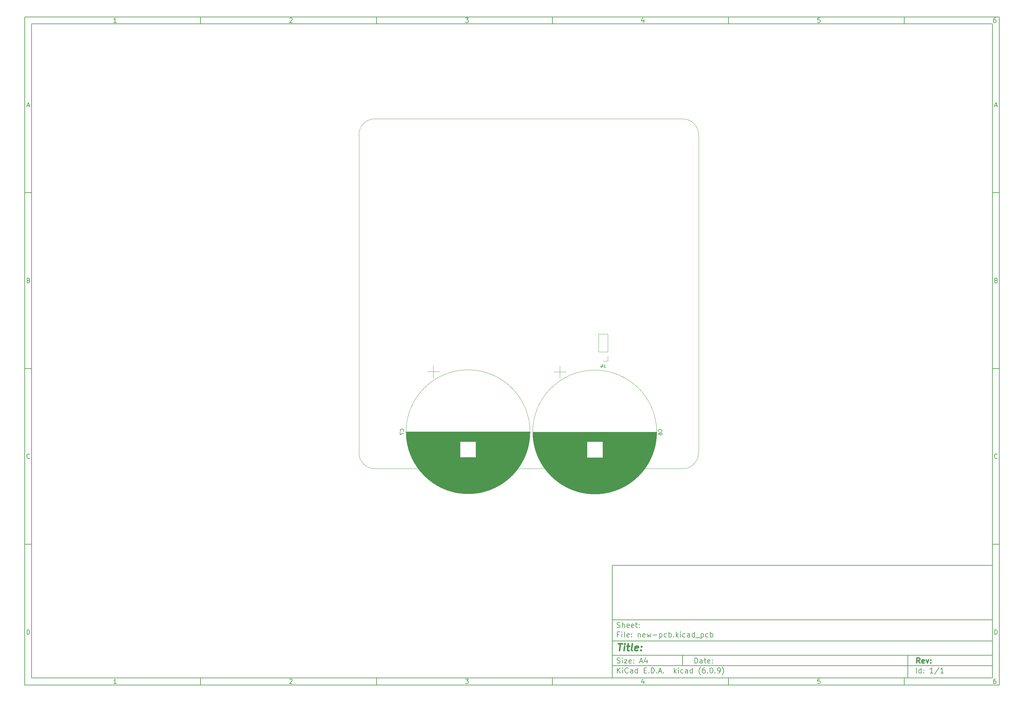
<source format=gbr>
%TF.GenerationSoftware,KiCad,Pcbnew,(6.0.9)*%
%TF.CreationDate,2022-12-24T03:55:53+03:00*%
%TF.ProjectId,new-pcb,6e65772d-7063-4622-9e6b-696361645f70,rev?*%
%TF.SameCoordinates,Original*%
%TF.FileFunction,Legend,Bot*%
%TF.FilePolarity,Positive*%
%FSLAX46Y46*%
G04 Gerber Fmt 4.6, Leading zero omitted, Abs format (unit mm)*
G04 Created by KiCad (PCBNEW (6.0.9)) date 2022-12-24 03:55:53*
%MOMM*%
%LPD*%
G01*
G04 APERTURE LIST*
%ADD10C,0.100000*%
%ADD11C,0.150000*%
%ADD12C,0.300000*%
%ADD13C,0.400000*%
%TA.AperFunction,Profile*%
%ADD14C,0.100000*%
%TD*%
%ADD15C,0.120000*%
G04 APERTURE END LIST*
D10*
D11*
X177002200Y-166007200D02*
X177002200Y-198007200D01*
X285002200Y-198007200D01*
X285002200Y-166007200D01*
X177002200Y-166007200D01*
D10*
D11*
X10000000Y-10000000D02*
X10000000Y-200007200D01*
X287002200Y-200007200D01*
X287002200Y-10000000D01*
X10000000Y-10000000D01*
D10*
D11*
X12000000Y-12000000D02*
X12000000Y-198007200D01*
X285002200Y-198007200D01*
X285002200Y-12000000D01*
X12000000Y-12000000D01*
D10*
D11*
X60000000Y-12000000D02*
X60000000Y-10000000D01*
D10*
D11*
X110000000Y-12000000D02*
X110000000Y-10000000D01*
D10*
D11*
X160000000Y-12000000D02*
X160000000Y-10000000D01*
D10*
D11*
X210000000Y-12000000D02*
X210000000Y-10000000D01*
D10*
D11*
X260000000Y-12000000D02*
X260000000Y-10000000D01*
D10*
D11*
X36065476Y-11588095D02*
X35322619Y-11588095D01*
X35694047Y-11588095D02*
X35694047Y-10288095D01*
X35570238Y-10473809D01*
X35446428Y-10597619D01*
X35322619Y-10659523D01*
D10*
D11*
X85322619Y-10411904D02*
X85384523Y-10350000D01*
X85508333Y-10288095D01*
X85817857Y-10288095D01*
X85941666Y-10350000D01*
X86003571Y-10411904D01*
X86065476Y-10535714D01*
X86065476Y-10659523D01*
X86003571Y-10845238D01*
X85260714Y-11588095D01*
X86065476Y-11588095D01*
D10*
D11*
X135260714Y-10288095D02*
X136065476Y-10288095D01*
X135632142Y-10783333D01*
X135817857Y-10783333D01*
X135941666Y-10845238D01*
X136003571Y-10907142D01*
X136065476Y-11030952D01*
X136065476Y-11340476D01*
X136003571Y-11464285D01*
X135941666Y-11526190D01*
X135817857Y-11588095D01*
X135446428Y-11588095D01*
X135322619Y-11526190D01*
X135260714Y-11464285D01*
D10*
D11*
X185941666Y-10721428D02*
X185941666Y-11588095D01*
X185632142Y-10226190D02*
X185322619Y-11154761D01*
X186127380Y-11154761D01*
D10*
D11*
X236003571Y-10288095D02*
X235384523Y-10288095D01*
X235322619Y-10907142D01*
X235384523Y-10845238D01*
X235508333Y-10783333D01*
X235817857Y-10783333D01*
X235941666Y-10845238D01*
X236003571Y-10907142D01*
X236065476Y-11030952D01*
X236065476Y-11340476D01*
X236003571Y-11464285D01*
X235941666Y-11526190D01*
X235817857Y-11588095D01*
X235508333Y-11588095D01*
X235384523Y-11526190D01*
X235322619Y-11464285D01*
D10*
D11*
X285941666Y-10288095D02*
X285694047Y-10288095D01*
X285570238Y-10350000D01*
X285508333Y-10411904D01*
X285384523Y-10597619D01*
X285322619Y-10845238D01*
X285322619Y-11340476D01*
X285384523Y-11464285D01*
X285446428Y-11526190D01*
X285570238Y-11588095D01*
X285817857Y-11588095D01*
X285941666Y-11526190D01*
X286003571Y-11464285D01*
X286065476Y-11340476D01*
X286065476Y-11030952D01*
X286003571Y-10907142D01*
X285941666Y-10845238D01*
X285817857Y-10783333D01*
X285570238Y-10783333D01*
X285446428Y-10845238D01*
X285384523Y-10907142D01*
X285322619Y-11030952D01*
D10*
D11*
X60000000Y-198007200D02*
X60000000Y-200007200D01*
D10*
D11*
X110000000Y-198007200D02*
X110000000Y-200007200D01*
D10*
D11*
X160000000Y-198007200D02*
X160000000Y-200007200D01*
D10*
D11*
X210000000Y-198007200D02*
X210000000Y-200007200D01*
D10*
D11*
X260000000Y-198007200D02*
X260000000Y-200007200D01*
D10*
D11*
X36065476Y-199595295D02*
X35322619Y-199595295D01*
X35694047Y-199595295D02*
X35694047Y-198295295D01*
X35570238Y-198481009D01*
X35446428Y-198604819D01*
X35322619Y-198666723D01*
D10*
D11*
X85322619Y-198419104D02*
X85384523Y-198357200D01*
X85508333Y-198295295D01*
X85817857Y-198295295D01*
X85941666Y-198357200D01*
X86003571Y-198419104D01*
X86065476Y-198542914D01*
X86065476Y-198666723D01*
X86003571Y-198852438D01*
X85260714Y-199595295D01*
X86065476Y-199595295D01*
D10*
D11*
X135260714Y-198295295D02*
X136065476Y-198295295D01*
X135632142Y-198790533D01*
X135817857Y-198790533D01*
X135941666Y-198852438D01*
X136003571Y-198914342D01*
X136065476Y-199038152D01*
X136065476Y-199347676D01*
X136003571Y-199471485D01*
X135941666Y-199533390D01*
X135817857Y-199595295D01*
X135446428Y-199595295D01*
X135322619Y-199533390D01*
X135260714Y-199471485D01*
D10*
D11*
X185941666Y-198728628D02*
X185941666Y-199595295D01*
X185632142Y-198233390D02*
X185322619Y-199161961D01*
X186127380Y-199161961D01*
D10*
D11*
X236003571Y-198295295D02*
X235384523Y-198295295D01*
X235322619Y-198914342D01*
X235384523Y-198852438D01*
X235508333Y-198790533D01*
X235817857Y-198790533D01*
X235941666Y-198852438D01*
X236003571Y-198914342D01*
X236065476Y-199038152D01*
X236065476Y-199347676D01*
X236003571Y-199471485D01*
X235941666Y-199533390D01*
X235817857Y-199595295D01*
X235508333Y-199595295D01*
X235384523Y-199533390D01*
X235322619Y-199471485D01*
D10*
D11*
X285941666Y-198295295D02*
X285694047Y-198295295D01*
X285570238Y-198357200D01*
X285508333Y-198419104D01*
X285384523Y-198604819D01*
X285322619Y-198852438D01*
X285322619Y-199347676D01*
X285384523Y-199471485D01*
X285446428Y-199533390D01*
X285570238Y-199595295D01*
X285817857Y-199595295D01*
X285941666Y-199533390D01*
X286003571Y-199471485D01*
X286065476Y-199347676D01*
X286065476Y-199038152D01*
X286003571Y-198914342D01*
X285941666Y-198852438D01*
X285817857Y-198790533D01*
X285570238Y-198790533D01*
X285446428Y-198852438D01*
X285384523Y-198914342D01*
X285322619Y-199038152D01*
D10*
D11*
X10000000Y-60000000D02*
X12000000Y-60000000D01*
D10*
D11*
X10000000Y-110000000D02*
X12000000Y-110000000D01*
D10*
D11*
X10000000Y-160000000D02*
X12000000Y-160000000D01*
D10*
D11*
X10690476Y-35216666D02*
X11309523Y-35216666D01*
X10566666Y-35588095D02*
X11000000Y-34288095D01*
X11433333Y-35588095D01*
D10*
D11*
X11092857Y-84907142D02*
X11278571Y-84969047D01*
X11340476Y-85030952D01*
X11402380Y-85154761D01*
X11402380Y-85340476D01*
X11340476Y-85464285D01*
X11278571Y-85526190D01*
X11154761Y-85588095D01*
X10659523Y-85588095D01*
X10659523Y-84288095D01*
X11092857Y-84288095D01*
X11216666Y-84350000D01*
X11278571Y-84411904D01*
X11340476Y-84535714D01*
X11340476Y-84659523D01*
X11278571Y-84783333D01*
X11216666Y-84845238D01*
X11092857Y-84907142D01*
X10659523Y-84907142D01*
D10*
D11*
X11402380Y-135464285D02*
X11340476Y-135526190D01*
X11154761Y-135588095D01*
X11030952Y-135588095D01*
X10845238Y-135526190D01*
X10721428Y-135402380D01*
X10659523Y-135278571D01*
X10597619Y-135030952D01*
X10597619Y-134845238D01*
X10659523Y-134597619D01*
X10721428Y-134473809D01*
X10845238Y-134350000D01*
X11030952Y-134288095D01*
X11154761Y-134288095D01*
X11340476Y-134350000D01*
X11402380Y-134411904D01*
D10*
D11*
X10659523Y-185588095D02*
X10659523Y-184288095D01*
X10969047Y-184288095D01*
X11154761Y-184350000D01*
X11278571Y-184473809D01*
X11340476Y-184597619D01*
X11402380Y-184845238D01*
X11402380Y-185030952D01*
X11340476Y-185278571D01*
X11278571Y-185402380D01*
X11154761Y-185526190D01*
X10969047Y-185588095D01*
X10659523Y-185588095D01*
D10*
D11*
X287002200Y-60000000D02*
X285002200Y-60000000D01*
D10*
D11*
X287002200Y-110000000D02*
X285002200Y-110000000D01*
D10*
D11*
X287002200Y-160000000D02*
X285002200Y-160000000D01*
D10*
D11*
X285692676Y-35216666D02*
X286311723Y-35216666D01*
X285568866Y-35588095D02*
X286002200Y-34288095D01*
X286435533Y-35588095D01*
D10*
D11*
X286095057Y-84907142D02*
X286280771Y-84969047D01*
X286342676Y-85030952D01*
X286404580Y-85154761D01*
X286404580Y-85340476D01*
X286342676Y-85464285D01*
X286280771Y-85526190D01*
X286156961Y-85588095D01*
X285661723Y-85588095D01*
X285661723Y-84288095D01*
X286095057Y-84288095D01*
X286218866Y-84350000D01*
X286280771Y-84411904D01*
X286342676Y-84535714D01*
X286342676Y-84659523D01*
X286280771Y-84783333D01*
X286218866Y-84845238D01*
X286095057Y-84907142D01*
X285661723Y-84907142D01*
D10*
D11*
X286404580Y-135464285D02*
X286342676Y-135526190D01*
X286156961Y-135588095D01*
X286033152Y-135588095D01*
X285847438Y-135526190D01*
X285723628Y-135402380D01*
X285661723Y-135278571D01*
X285599819Y-135030952D01*
X285599819Y-134845238D01*
X285661723Y-134597619D01*
X285723628Y-134473809D01*
X285847438Y-134350000D01*
X286033152Y-134288095D01*
X286156961Y-134288095D01*
X286342676Y-134350000D01*
X286404580Y-134411904D01*
D10*
D11*
X285661723Y-185588095D02*
X285661723Y-184288095D01*
X285971247Y-184288095D01*
X286156961Y-184350000D01*
X286280771Y-184473809D01*
X286342676Y-184597619D01*
X286404580Y-184845238D01*
X286404580Y-185030952D01*
X286342676Y-185278571D01*
X286280771Y-185402380D01*
X286156961Y-185526190D01*
X285971247Y-185588095D01*
X285661723Y-185588095D01*
D10*
D11*
X200434342Y-193785771D02*
X200434342Y-192285771D01*
X200791485Y-192285771D01*
X201005771Y-192357200D01*
X201148628Y-192500057D01*
X201220057Y-192642914D01*
X201291485Y-192928628D01*
X201291485Y-193142914D01*
X201220057Y-193428628D01*
X201148628Y-193571485D01*
X201005771Y-193714342D01*
X200791485Y-193785771D01*
X200434342Y-193785771D01*
X202577200Y-193785771D02*
X202577200Y-193000057D01*
X202505771Y-192857200D01*
X202362914Y-192785771D01*
X202077200Y-192785771D01*
X201934342Y-192857200D01*
X202577200Y-193714342D02*
X202434342Y-193785771D01*
X202077200Y-193785771D01*
X201934342Y-193714342D01*
X201862914Y-193571485D01*
X201862914Y-193428628D01*
X201934342Y-193285771D01*
X202077200Y-193214342D01*
X202434342Y-193214342D01*
X202577200Y-193142914D01*
X203077200Y-192785771D02*
X203648628Y-192785771D01*
X203291485Y-192285771D02*
X203291485Y-193571485D01*
X203362914Y-193714342D01*
X203505771Y-193785771D01*
X203648628Y-193785771D01*
X204720057Y-193714342D02*
X204577200Y-193785771D01*
X204291485Y-193785771D01*
X204148628Y-193714342D01*
X204077200Y-193571485D01*
X204077200Y-193000057D01*
X204148628Y-192857200D01*
X204291485Y-192785771D01*
X204577200Y-192785771D01*
X204720057Y-192857200D01*
X204791485Y-193000057D01*
X204791485Y-193142914D01*
X204077200Y-193285771D01*
X205434342Y-193642914D02*
X205505771Y-193714342D01*
X205434342Y-193785771D01*
X205362914Y-193714342D01*
X205434342Y-193642914D01*
X205434342Y-193785771D01*
X205434342Y-192857200D02*
X205505771Y-192928628D01*
X205434342Y-193000057D01*
X205362914Y-192928628D01*
X205434342Y-192857200D01*
X205434342Y-193000057D01*
D10*
D11*
X177002200Y-194507200D02*
X285002200Y-194507200D01*
D10*
D11*
X178434342Y-196585771D02*
X178434342Y-195085771D01*
X179291485Y-196585771D02*
X178648628Y-195728628D01*
X179291485Y-195085771D02*
X178434342Y-195942914D01*
X179934342Y-196585771D02*
X179934342Y-195585771D01*
X179934342Y-195085771D02*
X179862914Y-195157200D01*
X179934342Y-195228628D01*
X180005771Y-195157200D01*
X179934342Y-195085771D01*
X179934342Y-195228628D01*
X181505771Y-196442914D02*
X181434342Y-196514342D01*
X181220057Y-196585771D01*
X181077200Y-196585771D01*
X180862914Y-196514342D01*
X180720057Y-196371485D01*
X180648628Y-196228628D01*
X180577200Y-195942914D01*
X180577200Y-195728628D01*
X180648628Y-195442914D01*
X180720057Y-195300057D01*
X180862914Y-195157200D01*
X181077200Y-195085771D01*
X181220057Y-195085771D01*
X181434342Y-195157200D01*
X181505771Y-195228628D01*
X182791485Y-196585771D02*
X182791485Y-195800057D01*
X182720057Y-195657200D01*
X182577200Y-195585771D01*
X182291485Y-195585771D01*
X182148628Y-195657200D01*
X182791485Y-196514342D02*
X182648628Y-196585771D01*
X182291485Y-196585771D01*
X182148628Y-196514342D01*
X182077200Y-196371485D01*
X182077200Y-196228628D01*
X182148628Y-196085771D01*
X182291485Y-196014342D01*
X182648628Y-196014342D01*
X182791485Y-195942914D01*
X184148628Y-196585771D02*
X184148628Y-195085771D01*
X184148628Y-196514342D02*
X184005771Y-196585771D01*
X183720057Y-196585771D01*
X183577200Y-196514342D01*
X183505771Y-196442914D01*
X183434342Y-196300057D01*
X183434342Y-195871485D01*
X183505771Y-195728628D01*
X183577200Y-195657200D01*
X183720057Y-195585771D01*
X184005771Y-195585771D01*
X184148628Y-195657200D01*
X186005771Y-195800057D02*
X186505771Y-195800057D01*
X186720057Y-196585771D02*
X186005771Y-196585771D01*
X186005771Y-195085771D01*
X186720057Y-195085771D01*
X187362914Y-196442914D02*
X187434342Y-196514342D01*
X187362914Y-196585771D01*
X187291485Y-196514342D01*
X187362914Y-196442914D01*
X187362914Y-196585771D01*
X188077200Y-196585771D02*
X188077200Y-195085771D01*
X188434342Y-195085771D01*
X188648628Y-195157200D01*
X188791485Y-195300057D01*
X188862914Y-195442914D01*
X188934342Y-195728628D01*
X188934342Y-195942914D01*
X188862914Y-196228628D01*
X188791485Y-196371485D01*
X188648628Y-196514342D01*
X188434342Y-196585771D01*
X188077200Y-196585771D01*
X189577200Y-196442914D02*
X189648628Y-196514342D01*
X189577200Y-196585771D01*
X189505771Y-196514342D01*
X189577200Y-196442914D01*
X189577200Y-196585771D01*
X190220057Y-196157200D02*
X190934342Y-196157200D01*
X190077200Y-196585771D02*
X190577200Y-195085771D01*
X191077200Y-196585771D01*
X191577200Y-196442914D02*
X191648628Y-196514342D01*
X191577200Y-196585771D01*
X191505771Y-196514342D01*
X191577200Y-196442914D01*
X191577200Y-196585771D01*
X194577200Y-196585771D02*
X194577200Y-195085771D01*
X194720057Y-196014342D02*
X195148628Y-196585771D01*
X195148628Y-195585771D02*
X194577200Y-196157200D01*
X195791485Y-196585771D02*
X195791485Y-195585771D01*
X195791485Y-195085771D02*
X195720057Y-195157200D01*
X195791485Y-195228628D01*
X195862914Y-195157200D01*
X195791485Y-195085771D01*
X195791485Y-195228628D01*
X197148628Y-196514342D02*
X197005771Y-196585771D01*
X196720057Y-196585771D01*
X196577200Y-196514342D01*
X196505771Y-196442914D01*
X196434342Y-196300057D01*
X196434342Y-195871485D01*
X196505771Y-195728628D01*
X196577200Y-195657200D01*
X196720057Y-195585771D01*
X197005771Y-195585771D01*
X197148628Y-195657200D01*
X198434342Y-196585771D02*
X198434342Y-195800057D01*
X198362914Y-195657200D01*
X198220057Y-195585771D01*
X197934342Y-195585771D01*
X197791485Y-195657200D01*
X198434342Y-196514342D02*
X198291485Y-196585771D01*
X197934342Y-196585771D01*
X197791485Y-196514342D01*
X197720057Y-196371485D01*
X197720057Y-196228628D01*
X197791485Y-196085771D01*
X197934342Y-196014342D01*
X198291485Y-196014342D01*
X198434342Y-195942914D01*
X199791485Y-196585771D02*
X199791485Y-195085771D01*
X199791485Y-196514342D02*
X199648628Y-196585771D01*
X199362914Y-196585771D01*
X199220057Y-196514342D01*
X199148628Y-196442914D01*
X199077200Y-196300057D01*
X199077200Y-195871485D01*
X199148628Y-195728628D01*
X199220057Y-195657200D01*
X199362914Y-195585771D01*
X199648628Y-195585771D01*
X199791485Y-195657200D01*
X202077200Y-197157200D02*
X202005771Y-197085771D01*
X201862914Y-196871485D01*
X201791485Y-196728628D01*
X201720057Y-196514342D01*
X201648628Y-196157200D01*
X201648628Y-195871485D01*
X201720057Y-195514342D01*
X201791485Y-195300057D01*
X201862914Y-195157200D01*
X202005771Y-194942914D01*
X202077200Y-194871485D01*
X203291485Y-195085771D02*
X203005771Y-195085771D01*
X202862914Y-195157200D01*
X202791485Y-195228628D01*
X202648628Y-195442914D01*
X202577200Y-195728628D01*
X202577200Y-196300057D01*
X202648628Y-196442914D01*
X202720057Y-196514342D01*
X202862914Y-196585771D01*
X203148628Y-196585771D01*
X203291485Y-196514342D01*
X203362914Y-196442914D01*
X203434342Y-196300057D01*
X203434342Y-195942914D01*
X203362914Y-195800057D01*
X203291485Y-195728628D01*
X203148628Y-195657200D01*
X202862914Y-195657200D01*
X202720057Y-195728628D01*
X202648628Y-195800057D01*
X202577200Y-195942914D01*
X204077200Y-196442914D02*
X204148628Y-196514342D01*
X204077200Y-196585771D01*
X204005771Y-196514342D01*
X204077200Y-196442914D01*
X204077200Y-196585771D01*
X205077200Y-195085771D02*
X205220057Y-195085771D01*
X205362914Y-195157200D01*
X205434342Y-195228628D01*
X205505771Y-195371485D01*
X205577200Y-195657200D01*
X205577200Y-196014342D01*
X205505771Y-196300057D01*
X205434342Y-196442914D01*
X205362914Y-196514342D01*
X205220057Y-196585771D01*
X205077200Y-196585771D01*
X204934342Y-196514342D01*
X204862914Y-196442914D01*
X204791485Y-196300057D01*
X204720057Y-196014342D01*
X204720057Y-195657200D01*
X204791485Y-195371485D01*
X204862914Y-195228628D01*
X204934342Y-195157200D01*
X205077200Y-195085771D01*
X206220057Y-196442914D02*
X206291485Y-196514342D01*
X206220057Y-196585771D01*
X206148628Y-196514342D01*
X206220057Y-196442914D01*
X206220057Y-196585771D01*
X207005771Y-196585771D02*
X207291485Y-196585771D01*
X207434342Y-196514342D01*
X207505771Y-196442914D01*
X207648628Y-196228628D01*
X207720057Y-195942914D01*
X207720057Y-195371485D01*
X207648628Y-195228628D01*
X207577200Y-195157200D01*
X207434342Y-195085771D01*
X207148628Y-195085771D01*
X207005771Y-195157200D01*
X206934342Y-195228628D01*
X206862914Y-195371485D01*
X206862914Y-195728628D01*
X206934342Y-195871485D01*
X207005771Y-195942914D01*
X207148628Y-196014342D01*
X207434342Y-196014342D01*
X207577200Y-195942914D01*
X207648628Y-195871485D01*
X207720057Y-195728628D01*
X208220057Y-197157200D02*
X208291485Y-197085771D01*
X208434342Y-196871485D01*
X208505771Y-196728628D01*
X208577200Y-196514342D01*
X208648628Y-196157200D01*
X208648628Y-195871485D01*
X208577200Y-195514342D01*
X208505771Y-195300057D01*
X208434342Y-195157200D01*
X208291485Y-194942914D01*
X208220057Y-194871485D01*
D10*
D11*
X177002200Y-191507200D02*
X285002200Y-191507200D01*
D10*
D12*
X264411485Y-193785771D02*
X263911485Y-193071485D01*
X263554342Y-193785771D02*
X263554342Y-192285771D01*
X264125771Y-192285771D01*
X264268628Y-192357200D01*
X264340057Y-192428628D01*
X264411485Y-192571485D01*
X264411485Y-192785771D01*
X264340057Y-192928628D01*
X264268628Y-193000057D01*
X264125771Y-193071485D01*
X263554342Y-193071485D01*
X265625771Y-193714342D02*
X265482914Y-193785771D01*
X265197200Y-193785771D01*
X265054342Y-193714342D01*
X264982914Y-193571485D01*
X264982914Y-193000057D01*
X265054342Y-192857200D01*
X265197200Y-192785771D01*
X265482914Y-192785771D01*
X265625771Y-192857200D01*
X265697200Y-193000057D01*
X265697200Y-193142914D01*
X264982914Y-193285771D01*
X266197200Y-192785771D02*
X266554342Y-193785771D01*
X266911485Y-192785771D01*
X267482914Y-193642914D02*
X267554342Y-193714342D01*
X267482914Y-193785771D01*
X267411485Y-193714342D01*
X267482914Y-193642914D01*
X267482914Y-193785771D01*
X267482914Y-192857200D02*
X267554342Y-192928628D01*
X267482914Y-193000057D01*
X267411485Y-192928628D01*
X267482914Y-192857200D01*
X267482914Y-193000057D01*
D10*
D11*
X178362914Y-193714342D02*
X178577200Y-193785771D01*
X178934342Y-193785771D01*
X179077200Y-193714342D01*
X179148628Y-193642914D01*
X179220057Y-193500057D01*
X179220057Y-193357200D01*
X179148628Y-193214342D01*
X179077200Y-193142914D01*
X178934342Y-193071485D01*
X178648628Y-193000057D01*
X178505771Y-192928628D01*
X178434342Y-192857200D01*
X178362914Y-192714342D01*
X178362914Y-192571485D01*
X178434342Y-192428628D01*
X178505771Y-192357200D01*
X178648628Y-192285771D01*
X179005771Y-192285771D01*
X179220057Y-192357200D01*
X179862914Y-193785771D02*
X179862914Y-192785771D01*
X179862914Y-192285771D02*
X179791485Y-192357200D01*
X179862914Y-192428628D01*
X179934342Y-192357200D01*
X179862914Y-192285771D01*
X179862914Y-192428628D01*
X180434342Y-192785771D02*
X181220057Y-192785771D01*
X180434342Y-193785771D01*
X181220057Y-193785771D01*
X182362914Y-193714342D02*
X182220057Y-193785771D01*
X181934342Y-193785771D01*
X181791485Y-193714342D01*
X181720057Y-193571485D01*
X181720057Y-193000057D01*
X181791485Y-192857200D01*
X181934342Y-192785771D01*
X182220057Y-192785771D01*
X182362914Y-192857200D01*
X182434342Y-193000057D01*
X182434342Y-193142914D01*
X181720057Y-193285771D01*
X183077200Y-193642914D02*
X183148628Y-193714342D01*
X183077200Y-193785771D01*
X183005771Y-193714342D01*
X183077200Y-193642914D01*
X183077200Y-193785771D01*
X183077200Y-192857200D02*
X183148628Y-192928628D01*
X183077200Y-193000057D01*
X183005771Y-192928628D01*
X183077200Y-192857200D01*
X183077200Y-193000057D01*
X184862914Y-193357200D02*
X185577200Y-193357200D01*
X184720057Y-193785771D02*
X185220057Y-192285771D01*
X185720057Y-193785771D01*
X186862914Y-192785771D02*
X186862914Y-193785771D01*
X186505771Y-192214342D02*
X186148628Y-193285771D01*
X187077200Y-193285771D01*
D10*
D11*
X263434342Y-196585771D02*
X263434342Y-195085771D01*
X264791485Y-196585771D02*
X264791485Y-195085771D01*
X264791485Y-196514342D02*
X264648628Y-196585771D01*
X264362914Y-196585771D01*
X264220057Y-196514342D01*
X264148628Y-196442914D01*
X264077200Y-196300057D01*
X264077200Y-195871485D01*
X264148628Y-195728628D01*
X264220057Y-195657200D01*
X264362914Y-195585771D01*
X264648628Y-195585771D01*
X264791485Y-195657200D01*
X265505771Y-196442914D02*
X265577200Y-196514342D01*
X265505771Y-196585771D01*
X265434342Y-196514342D01*
X265505771Y-196442914D01*
X265505771Y-196585771D01*
X265505771Y-195657200D02*
X265577200Y-195728628D01*
X265505771Y-195800057D01*
X265434342Y-195728628D01*
X265505771Y-195657200D01*
X265505771Y-195800057D01*
X268148628Y-196585771D02*
X267291485Y-196585771D01*
X267720057Y-196585771D02*
X267720057Y-195085771D01*
X267577200Y-195300057D01*
X267434342Y-195442914D01*
X267291485Y-195514342D01*
X269862914Y-195014342D02*
X268577200Y-196942914D01*
X271148628Y-196585771D02*
X270291485Y-196585771D01*
X270720057Y-196585771D02*
X270720057Y-195085771D01*
X270577200Y-195300057D01*
X270434342Y-195442914D01*
X270291485Y-195514342D01*
D10*
D11*
X177002200Y-187507200D02*
X285002200Y-187507200D01*
D10*
D13*
X178714580Y-188211961D02*
X179857438Y-188211961D01*
X179036009Y-190211961D02*
X179286009Y-188211961D01*
X180274104Y-190211961D02*
X180440771Y-188878628D01*
X180524104Y-188211961D02*
X180416961Y-188307200D01*
X180500295Y-188402438D01*
X180607438Y-188307200D01*
X180524104Y-188211961D01*
X180500295Y-188402438D01*
X181107438Y-188878628D02*
X181869342Y-188878628D01*
X181476485Y-188211961D02*
X181262200Y-189926247D01*
X181333628Y-190116723D01*
X181512200Y-190211961D01*
X181702676Y-190211961D01*
X182655057Y-190211961D02*
X182476485Y-190116723D01*
X182405057Y-189926247D01*
X182619342Y-188211961D01*
X184190771Y-190116723D02*
X183988390Y-190211961D01*
X183607438Y-190211961D01*
X183428866Y-190116723D01*
X183357438Y-189926247D01*
X183452676Y-189164342D01*
X183571723Y-188973866D01*
X183774104Y-188878628D01*
X184155057Y-188878628D01*
X184333628Y-188973866D01*
X184405057Y-189164342D01*
X184381247Y-189354819D01*
X183405057Y-189545295D01*
X185155057Y-190021485D02*
X185238390Y-190116723D01*
X185131247Y-190211961D01*
X185047914Y-190116723D01*
X185155057Y-190021485D01*
X185131247Y-190211961D01*
X185286009Y-188973866D02*
X185369342Y-189069104D01*
X185262200Y-189164342D01*
X185178866Y-189069104D01*
X185286009Y-188973866D01*
X185262200Y-189164342D01*
D10*
D11*
X178934342Y-185600057D02*
X178434342Y-185600057D01*
X178434342Y-186385771D02*
X178434342Y-184885771D01*
X179148628Y-184885771D01*
X179720057Y-186385771D02*
X179720057Y-185385771D01*
X179720057Y-184885771D02*
X179648628Y-184957200D01*
X179720057Y-185028628D01*
X179791485Y-184957200D01*
X179720057Y-184885771D01*
X179720057Y-185028628D01*
X180648628Y-186385771D02*
X180505771Y-186314342D01*
X180434342Y-186171485D01*
X180434342Y-184885771D01*
X181791485Y-186314342D02*
X181648628Y-186385771D01*
X181362914Y-186385771D01*
X181220057Y-186314342D01*
X181148628Y-186171485D01*
X181148628Y-185600057D01*
X181220057Y-185457200D01*
X181362914Y-185385771D01*
X181648628Y-185385771D01*
X181791485Y-185457200D01*
X181862914Y-185600057D01*
X181862914Y-185742914D01*
X181148628Y-185885771D01*
X182505771Y-186242914D02*
X182577200Y-186314342D01*
X182505771Y-186385771D01*
X182434342Y-186314342D01*
X182505771Y-186242914D01*
X182505771Y-186385771D01*
X182505771Y-185457200D02*
X182577200Y-185528628D01*
X182505771Y-185600057D01*
X182434342Y-185528628D01*
X182505771Y-185457200D01*
X182505771Y-185600057D01*
X184362914Y-185385771D02*
X184362914Y-186385771D01*
X184362914Y-185528628D02*
X184434342Y-185457200D01*
X184577200Y-185385771D01*
X184791485Y-185385771D01*
X184934342Y-185457200D01*
X185005771Y-185600057D01*
X185005771Y-186385771D01*
X186291485Y-186314342D02*
X186148628Y-186385771D01*
X185862914Y-186385771D01*
X185720057Y-186314342D01*
X185648628Y-186171485D01*
X185648628Y-185600057D01*
X185720057Y-185457200D01*
X185862914Y-185385771D01*
X186148628Y-185385771D01*
X186291485Y-185457200D01*
X186362914Y-185600057D01*
X186362914Y-185742914D01*
X185648628Y-185885771D01*
X186862914Y-185385771D02*
X187148628Y-186385771D01*
X187434342Y-185671485D01*
X187720057Y-186385771D01*
X188005771Y-185385771D01*
X188577200Y-185814342D02*
X189720057Y-185814342D01*
X190434342Y-185385771D02*
X190434342Y-186885771D01*
X190434342Y-185457200D02*
X190577200Y-185385771D01*
X190862914Y-185385771D01*
X191005771Y-185457200D01*
X191077200Y-185528628D01*
X191148628Y-185671485D01*
X191148628Y-186100057D01*
X191077200Y-186242914D01*
X191005771Y-186314342D01*
X190862914Y-186385771D01*
X190577200Y-186385771D01*
X190434342Y-186314342D01*
X192434342Y-186314342D02*
X192291485Y-186385771D01*
X192005771Y-186385771D01*
X191862914Y-186314342D01*
X191791485Y-186242914D01*
X191720057Y-186100057D01*
X191720057Y-185671485D01*
X191791485Y-185528628D01*
X191862914Y-185457200D01*
X192005771Y-185385771D01*
X192291485Y-185385771D01*
X192434342Y-185457200D01*
X193077200Y-186385771D02*
X193077200Y-184885771D01*
X193077200Y-185457200D02*
X193220057Y-185385771D01*
X193505771Y-185385771D01*
X193648628Y-185457200D01*
X193720057Y-185528628D01*
X193791485Y-185671485D01*
X193791485Y-186100057D01*
X193720057Y-186242914D01*
X193648628Y-186314342D01*
X193505771Y-186385771D01*
X193220057Y-186385771D01*
X193077200Y-186314342D01*
X194434342Y-186242914D02*
X194505771Y-186314342D01*
X194434342Y-186385771D01*
X194362914Y-186314342D01*
X194434342Y-186242914D01*
X194434342Y-186385771D01*
X195148628Y-186385771D02*
X195148628Y-184885771D01*
X195291485Y-185814342D02*
X195720057Y-186385771D01*
X195720057Y-185385771D02*
X195148628Y-185957200D01*
X196362914Y-186385771D02*
X196362914Y-185385771D01*
X196362914Y-184885771D02*
X196291485Y-184957200D01*
X196362914Y-185028628D01*
X196434342Y-184957200D01*
X196362914Y-184885771D01*
X196362914Y-185028628D01*
X197720057Y-186314342D02*
X197577200Y-186385771D01*
X197291485Y-186385771D01*
X197148628Y-186314342D01*
X197077200Y-186242914D01*
X197005771Y-186100057D01*
X197005771Y-185671485D01*
X197077200Y-185528628D01*
X197148628Y-185457200D01*
X197291485Y-185385771D01*
X197577200Y-185385771D01*
X197720057Y-185457200D01*
X199005771Y-186385771D02*
X199005771Y-185600057D01*
X198934342Y-185457200D01*
X198791485Y-185385771D01*
X198505771Y-185385771D01*
X198362914Y-185457200D01*
X199005771Y-186314342D02*
X198862914Y-186385771D01*
X198505771Y-186385771D01*
X198362914Y-186314342D01*
X198291485Y-186171485D01*
X198291485Y-186028628D01*
X198362914Y-185885771D01*
X198505771Y-185814342D01*
X198862914Y-185814342D01*
X199005771Y-185742914D01*
X200362914Y-186385771D02*
X200362914Y-184885771D01*
X200362914Y-186314342D02*
X200220057Y-186385771D01*
X199934342Y-186385771D01*
X199791485Y-186314342D01*
X199720057Y-186242914D01*
X199648628Y-186100057D01*
X199648628Y-185671485D01*
X199720057Y-185528628D01*
X199791485Y-185457200D01*
X199934342Y-185385771D01*
X200220057Y-185385771D01*
X200362914Y-185457200D01*
X200720057Y-186528628D02*
X201862914Y-186528628D01*
X202220057Y-185385771D02*
X202220057Y-186885771D01*
X202220057Y-185457200D02*
X202362914Y-185385771D01*
X202648628Y-185385771D01*
X202791485Y-185457200D01*
X202862914Y-185528628D01*
X202934342Y-185671485D01*
X202934342Y-186100057D01*
X202862914Y-186242914D01*
X202791485Y-186314342D01*
X202648628Y-186385771D01*
X202362914Y-186385771D01*
X202220057Y-186314342D01*
X204220057Y-186314342D02*
X204077200Y-186385771D01*
X203791485Y-186385771D01*
X203648628Y-186314342D01*
X203577200Y-186242914D01*
X203505771Y-186100057D01*
X203505771Y-185671485D01*
X203577200Y-185528628D01*
X203648628Y-185457200D01*
X203791485Y-185385771D01*
X204077200Y-185385771D01*
X204220057Y-185457200D01*
X204862914Y-186385771D02*
X204862914Y-184885771D01*
X204862914Y-185457200D02*
X205005771Y-185385771D01*
X205291485Y-185385771D01*
X205434342Y-185457200D01*
X205505771Y-185528628D01*
X205577200Y-185671485D01*
X205577200Y-186100057D01*
X205505771Y-186242914D01*
X205434342Y-186314342D01*
X205291485Y-186385771D01*
X205005771Y-186385771D01*
X204862914Y-186314342D01*
D10*
D11*
X177002200Y-181507200D02*
X285002200Y-181507200D01*
D10*
D11*
X178362914Y-183614342D02*
X178577200Y-183685771D01*
X178934342Y-183685771D01*
X179077200Y-183614342D01*
X179148628Y-183542914D01*
X179220057Y-183400057D01*
X179220057Y-183257200D01*
X179148628Y-183114342D01*
X179077200Y-183042914D01*
X178934342Y-182971485D01*
X178648628Y-182900057D01*
X178505771Y-182828628D01*
X178434342Y-182757200D01*
X178362914Y-182614342D01*
X178362914Y-182471485D01*
X178434342Y-182328628D01*
X178505771Y-182257200D01*
X178648628Y-182185771D01*
X179005771Y-182185771D01*
X179220057Y-182257200D01*
X179862914Y-183685771D02*
X179862914Y-182185771D01*
X180505771Y-183685771D02*
X180505771Y-182900057D01*
X180434342Y-182757200D01*
X180291485Y-182685771D01*
X180077200Y-182685771D01*
X179934342Y-182757200D01*
X179862914Y-182828628D01*
X181791485Y-183614342D02*
X181648628Y-183685771D01*
X181362914Y-183685771D01*
X181220057Y-183614342D01*
X181148628Y-183471485D01*
X181148628Y-182900057D01*
X181220057Y-182757200D01*
X181362914Y-182685771D01*
X181648628Y-182685771D01*
X181791485Y-182757200D01*
X181862914Y-182900057D01*
X181862914Y-183042914D01*
X181148628Y-183185771D01*
X183077200Y-183614342D02*
X182934342Y-183685771D01*
X182648628Y-183685771D01*
X182505771Y-183614342D01*
X182434342Y-183471485D01*
X182434342Y-182900057D01*
X182505771Y-182757200D01*
X182648628Y-182685771D01*
X182934342Y-182685771D01*
X183077200Y-182757200D01*
X183148628Y-182900057D01*
X183148628Y-183042914D01*
X182434342Y-183185771D01*
X183577200Y-182685771D02*
X184148628Y-182685771D01*
X183791485Y-182185771D02*
X183791485Y-183471485D01*
X183862914Y-183614342D01*
X184005771Y-183685771D01*
X184148628Y-183685771D01*
X184648628Y-183542914D02*
X184720057Y-183614342D01*
X184648628Y-183685771D01*
X184577200Y-183614342D01*
X184648628Y-183542914D01*
X184648628Y-183685771D01*
X184648628Y-182757200D02*
X184720057Y-182828628D01*
X184648628Y-182900057D01*
X184577200Y-182828628D01*
X184648628Y-182757200D01*
X184648628Y-182900057D01*
D10*
D12*
D10*
D11*
D10*
D11*
D10*
D11*
D10*
D11*
D10*
D11*
X197002200Y-191507200D02*
X197002200Y-194507200D01*
D10*
D11*
X261002200Y-191507200D02*
X261002200Y-198007200D01*
D14*
X201500000Y-43500000D02*
G75*
G03*
X197000000Y-39000000I-4500000J0D01*
G01*
X109500000Y-39000000D02*
G75*
G03*
X105000000Y-43500000I0J-4500000D01*
G01*
X105000000Y-134000000D02*
G75*
G03*
X109500000Y-138500000I4500000J0D01*
G01*
X197000000Y-138500000D02*
G75*
G03*
X201500000Y-134000000I0J4500000D01*
G01*
X109500000Y-138500000D02*
X197000000Y-138500000D01*
X105000000Y-43500000D02*
X105000000Y-134000000D01*
X197000000Y-39000000D02*
X109500000Y-39000000D01*
X201500000Y-134000000D02*
X201500000Y-43500000D01*
D11*
%TO.C,J4*%
X174758333Y-108792380D02*
X174758333Y-109506666D01*
X174805952Y-109649523D01*
X174901190Y-109744761D01*
X175044047Y-109792380D01*
X175139285Y-109792380D01*
X173853571Y-109125714D02*
X173853571Y-109792380D01*
X174091666Y-108744761D02*
X174329761Y-109459047D01*
X173710714Y-109459047D01*
%TO.C,C6*%
X191007142Y-127933333D02*
X191054761Y-127885714D01*
X191102380Y-127742857D01*
X191102380Y-127647619D01*
X191054761Y-127504761D01*
X190959523Y-127409523D01*
X190864285Y-127361904D01*
X190673809Y-127314285D01*
X190530952Y-127314285D01*
X190340476Y-127361904D01*
X190245238Y-127409523D01*
X190150000Y-127504761D01*
X190102380Y-127647619D01*
X190102380Y-127742857D01*
X190150000Y-127885714D01*
X190197619Y-127933333D01*
X190102380Y-128790476D02*
X190102380Y-128600000D01*
X190150000Y-128504761D01*
X190197619Y-128457142D01*
X190340476Y-128361904D01*
X190530952Y-128314285D01*
X190911904Y-128314285D01*
X191007142Y-128361904D01*
X191054761Y-128409523D01*
X191102380Y-128504761D01*
X191102380Y-128695238D01*
X191054761Y-128790476D01*
X191007142Y-128838095D01*
X190911904Y-128885714D01*
X190673809Y-128885714D01*
X190578571Y-128838095D01*
X190530952Y-128790476D01*
X190483333Y-128695238D01*
X190483333Y-128504761D01*
X190530952Y-128409523D01*
X190578571Y-128361904D01*
X190673809Y-128314285D01*
%TO.C,C7*%
X117607142Y-127833333D02*
X117654761Y-127785714D01*
X117702380Y-127642857D01*
X117702380Y-127547619D01*
X117654761Y-127404761D01*
X117559523Y-127309523D01*
X117464285Y-127261904D01*
X117273809Y-127214285D01*
X117130952Y-127214285D01*
X116940476Y-127261904D01*
X116845238Y-127309523D01*
X116750000Y-127404761D01*
X116702380Y-127547619D01*
X116702380Y-127642857D01*
X116750000Y-127785714D01*
X116797619Y-127833333D01*
X116702380Y-128166666D02*
X116702380Y-128833333D01*
X117702380Y-128404761D01*
D15*
%TO.C,J4*%
X174425000Y-107900000D02*
X175755000Y-107900000D01*
X175755000Y-105300000D02*
X175755000Y-100160000D01*
X173095000Y-105300000D02*
X173095000Y-100160000D01*
X173095000Y-105300000D02*
X175755000Y-105300000D01*
X175755000Y-107900000D02*
X175755000Y-106570000D01*
X173095000Y-100160000D02*
X175755000Y-100160000D01*
%TO.C,C6*%
X158954000Y-139869501D02*
X185046000Y-139869501D01*
X156280000Y-135950501D02*
X187720000Y-135950501D01*
X160693000Y-141549501D02*
X183307000Y-141549501D01*
X154999000Y-132550501D02*
X169760000Y-132550501D01*
X160837000Y-141669501D02*
X183163000Y-141669501D01*
X174240000Y-133470501D02*
X188733000Y-133470501D01*
X161084000Y-141869501D02*
X182916000Y-141869501D01*
X174240000Y-132670501D02*
X188969000Y-132670501D01*
X154663000Y-130990501D02*
X169760000Y-130990501D01*
X174240000Y-134750501D02*
X188265000Y-134750501D01*
X156049000Y-135470501D02*
X187951000Y-135470501D01*
X154677000Y-131070501D02*
X169760000Y-131070501D01*
X155347000Y-133710501D02*
X169760000Y-133710501D01*
X165597000Y-144469501D02*
X178403000Y-144469501D01*
X161553000Y-142229501D02*
X182447000Y-142229501D01*
X157111000Y-137429501D02*
X186889000Y-137429501D01*
X168595000Y-145349501D02*
X175405000Y-145349501D01*
X155835000Y-134990501D02*
X169760000Y-134990501D01*
X161500000Y-142189501D02*
X182500000Y-142189501D01*
X155922000Y-135190501D02*
X169760000Y-135190501D01*
X156402000Y-136190501D02*
X187598000Y-136190501D01*
X174240000Y-133430501D02*
X188745000Y-133430501D01*
X154529000Y-130030501D02*
X189471000Y-130030501D01*
X174240000Y-131870501D02*
X189166000Y-131870501D01*
X162355000Y-142789501D02*
X181645000Y-142789501D01*
X158990000Y-139909501D02*
X185010000Y-139909501D01*
X174240000Y-132070501D02*
X189120000Y-132070501D01*
X158883000Y-139789501D02*
X185117000Y-139789501D01*
X174240000Y-134230501D02*
X188469000Y-134230501D01*
X157845000Y-138509501D02*
X186155000Y-138509501D01*
X154472000Y-129430501D02*
X189528000Y-129430501D01*
X174240000Y-133870501D02*
X188599000Y-133870501D01*
X160413000Y-141309501D02*
X183587000Y-141309501D01*
X159482000Y-140429501D02*
X184518000Y-140429501D01*
X174240000Y-131830501D02*
X189175000Y-131830501D01*
X156844000Y-136989501D02*
X187156000Y-136989501D01*
X174240000Y-135030501D02*
X188148000Y-135030501D01*
X162540000Y-142909501D02*
X181460000Y-142909501D01*
X155994000Y-135350501D02*
X188006000Y-135350501D01*
X154440000Y-128910501D02*
X189560000Y-128910501D01*
X156105000Y-135590501D02*
X187895000Y-135590501D01*
X158707000Y-139589501D02*
X185293000Y-139589501D01*
X156162000Y-135710501D02*
X187838000Y-135710501D01*
X154743000Y-131430501D02*
X169760000Y-131430501D01*
X154444000Y-128990501D02*
X189556000Y-128990501D01*
X174240000Y-133190501D02*
X188820000Y-133190501D01*
X163196000Y-143309501D02*
X180804000Y-143309501D01*
X155852000Y-135030501D02*
X169760000Y-135030501D01*
X155020000Y-132630501D02*
X169760000Y-132630501D01*
X174240000Y-132630501D02*
X188980000Y-132630501D01*
X154937000Y-132310501D02*
X169760000Y-132310501D01*
X162860000Y-143109501D02*
X181140000Y-143109501D01*
X174240000Y-133150501D02*
X188832000Y-133150501D01*
X158537000Y-139389501D02*
X185463000Y-139389501D01*
X174240000Y-134910501D02*
X188199000Y-134910501D01*
X157532000Y-138069501D02*
X186468000Y-138069501D01*
X174240000Y-134110501D02*
X188513000Y-134110501D01*
X162603000Y-142949501D02*
X181397000Y-142949501D01*
X155607000Y-134430501D02*
X169760000Y-134430501D01*
X174240000Y-133350501D02*
X188771000Y-133350501D01*
X155255000Y-133430501D02*
X169760000Y-133430501D01*
X156320000Y-136030501D02*
X187680000Y-136030501D01*
X174240000Y-135230501D02*
X188060000Y-135230501D01*
X154927000Y-132270501D02*
X169760000Y-132270501D01*
X157187000Y-137549501D02*
X186813000Y-137549501D01*
X161608000Y-142269501D02*
X182392000Y-142269501D01*
X162125000Y-109215499D02*
X162125000Y-112715499D01*
X159137000Y-140069501D02*
X184863000Y-140069501D01*
X156181000Y-135750501D02*
X187819000Y-135750501D01*
X159100000Y-140029501D02*
X184900000Y-140029501D01*
X174240000Y-134470501D02*
X188377000Y-134470501D01*
X157758000Y-138389501D02*
X186242000Y-138389501D01*
X174240000Y-131790501D02*
X189183000Y-131790501D01*
X158812000Y-139709501D02*
X185188000Y-139709501D01*
X174240000Y-134310501D02*
X188439000Y-134310501D01*
X174240000Y-134430501D02*
X188393000Y-134430501D01*
X156067000Y-135510501D02*
X187933000Y-135510501D01*
X154889000Y-132110501D02*
X169760000Y-132110501D01*
X157012000Y-137269501D02*
X186988000Y-137269501D01*
X174240000Y-133270501D02*
X188796000Y-133270501D01*
X159805000Y-140749501D02*
X184195000Y-140749501D01*
X155120000Y-132990501D02*
X169760000Y-132990501D01*
X174240000Y-135070501D02*
X188130000Y-135070501D01*
X174240000Y-133230501D02*
X188808000Y-133230501D01*
X157816000Y-138469501D02*
X186184000Y-138469501D01*
X155144000Y-133070501D02*
X169760000Y-133070501D01*
X174240000Y-131910501D02*
X189157000Y-131910501D01*
X160788000Y-141629501D02*
X183212000Y-141629501D01*
X158307000Y-139109501D02*
X185693000Y-139109501D01*
X164835000Y-144149501D02*
X179165000Y-144149501D01*
X157423000Y-137909501D02*
X186577000Y-137909501D01*
X174240000Y-132190501D02*
X189092000Y-132190501D01*
X174240000Y-131030501D02*
X189330000Y-131030501D01*
X157290000Y-137709501D02*
X186710000Y-137709501D01*
X159641000Y-140589501D02*
X184359000Y-140589501D01*
X165017000Y-144229501D02*
X178983000Y-144229501D01*
X155063000Y-132790501D02*
X169760000Y-132790501D01*
X154618000Y-130710501D02*
X189382000Y-130710501D01*
X158372000Y-139189501D02*
X185628000Y-139189501D01*
X155229000Y-133350501D02*
X169760000Y-133350501D01*
X174240000Y-132950501D02*
X188891000Y-132950501D01*
X158777000Y-139669501D02*
X185223000Y-139669501D01*
X157701000Y-138309501D02*
X186299000Y-138309501D01*
X154625000Y-130750501D02*
X189375000Y-130750501D01*
X158638000Y-139509501D02*
X185362000Y-139509501D01*
X163265000Y-143349501D02*
X180735000Y-143349501D01*
X155502000Y-134150501D02*
X169760000Y-134150501D01*
X174240000Y-132430501D02*
X189033000Y-132430501D01*
X155320000Y-133630501D02*
X169760000Y-133630501D01*
X154438000Y-128870501D02*
X189562000Y-128870501D01*
X164080000Y-143789501D02*
X179920000Y-143789501D01*
X155333000Y-133670501D02*
X169760000Y-133670501D01*
X155516000Y-134190501D02*
X169760000Y-134190501D01*
X174240000Y-131310501D02*
X189280000Y-131310501D01*
X164322000Y-143909501D02*
X179678000Y-143909501D01*
X157787000Y-138429501D02*
X186213000Y-138429501D01*
X154512000Y-129870501D02*
X189488000Y-129870501D01*
X156915000Y-137109501D02*
X187085000Y-137109501D01*
X160059000Y-140989501D02*
X183941000Y-140989501D01*
X174240000Y-133670501D02*
X188667000Y-133670501D01*
X158180000Y-138949501D02*
X185820000Y-138949501D01*
X158243000Y-139029501D02*
X185757000Y-139029501D01*
X166727000Y-144869501D02*
X177273000Y-144869501D01*
X157037000Y-137309501D02*
X186963000Y-137309501D01*
X154516000Y-129910501D02*
X189484000Y-129910501D01*
X154466000Y-129350501D02*
X189534000Y-129350501D01*
X157560000Y-138109501D02*
X186440000Y-138109501D01*
X156706000Y-136749501D02*
X187294000Y-136749501D01*
X154643000Y-130870501D02*
X169760000Y-130870501D01*
X154691000Y-131150501D02*
X169760000Y-131150501D01*
X161341000Y-142069501D02*
X182659000Y-142069501D01*
X156774000Y-136869501D02*
X187226000Y-136869501D01*
X161942000Y-142509501D02*
X182058000Y-142509501D01*
X174240000Y-133070501D02*
X188856000Y-133070501D01*
X174240000Y-132310501D02*
X189063000Y-132310501D01*
X157317000Y-137749501D02*
X186683000Y-137749501D01*
X154446000Y-129030501D02*
X189554000Y-129030501D01*
X161237000Y-141989501D02*
X182763000Y-141989501D01*
X174240000Y-131470501D02*
X189249000Y-131470501D01*
X160984000Y-141789501D02*
X183016000Y-141789501D01*
X174240000Y-133950501D02*
X188570000Y-133950501D01*
X156683000Y-136709501D02*
X187317000Y-136709501D01*
X174240000Y-134590501D02*
X188330000Y-134590501D01*
X159250000Y-140189501D02*
X184750000Y-140189501D01*
X174240000Y-131070501D02*
X189323000Y-131070501D01*
X170587000Y-145629501D02*
X173413000Y-145629501D01*
X154436000Y-128830501D02*
X189564000Y-128830501D01*
X156030000Y-135430501D02*
X187970000Y-135430501D01*
X174240000Y-133990501D02*
X188556000Y-133990501D01*
X174240000Y-131430501D02*
X189257000Y-131430501D01*
X159561000Y-140509501D02*
X184439000Y-140509501D01*
X158275000Y-139069501D02*
X185725000Y-139069501D01*
X154552000Y-130230501D02*
X189448000Y-130230501D01*
X164160000Y-143829501D02*
X179840000Y-143829501D01*
X155075000Y-132830501D02*
X169760000Y-132830501D01*
X154448000Y-129070501D02*
X189552000Y-129070501D01*
X158570000Y-139429501D02*
X185430000Y-139429501D01*
X174240000Y-132590501D02*
X188991000Y-132590501D01*
X157672000Y-138269501D02*
X186328000Y-138269501D01*
X165700000Y-144509501D02*
X178300000Y-144509501D01*
X165911000Y-144589501D02*
X178089000Y-144589501D01*
X154533000Y-130070501D02*
X189467000Y-130070501D01*
X155444000Y-133990501D02*
X169760000Y-133990501D01*
X174240000Y-132830501D02*
X188925000Y-132830501D01*
X174240000Y-133550501D02*
X188707000Y-133550501D01*
X162992000Y-143189501D02*
X181008000Y-143189501D01*
X162058000Y-142589501D02*
X181942000Y-142589501D01*
X155374000Y-133790501D02*
X169760000Y-133790501D01*
X165397000Y-144389501D02*
X178603000Y-144389501D01*
X156729000Y-136789501D02*
X187271000Y-136789501D01*
X156529000Y-136429501D02*
X187471000Y-136429501D01*
X156124000Y-135630501D02*
X187876000Y-135630501D01*
X157162000Y-137509501D02*
X186838000Y-137509501D01*
X157729000Y-138349501D02*
X186271000Y-138349501D01*
X164925000Y-144189501D02*
X179075000Y-144189501D01*
X154421000Y-128269501D02*
X189579000Y-128269501D01*
X161885000Y-142469501D02*
X182115000Y-142469501D01*
X157136000Y-137469501D02*
X186864000Y-137469501D01*
X155546000Y-134270501D02*
X169760000Y-134270501D01*
X154978000Y-132470501D02*
X169760000Y-132470501D01*
X167407000Y-145069501D02*
X176593000Y-145069501D01*
X166480000Y-144789501D02*
X177520000Y-144789501D01*
X154684000Y-131110501D02*
X169760000Y-131110501D01*
X174240000Y-131750501D02*
X189192000Y-131750501D01*
X162295000Y-142749501D02*
X181705000Y-142749501D01*
X154880000Y-132070501D02*
X169760000Y-132070501D01*
X156423000Y-136230501D02*
X187577000Y-136230501D01*
X174240000Y-131190501D02*
X189302000Y-131190501D01*
X159365000Y-140309501D02*
X184635000Y-140309501D01*
X174240000Y-133910501D02*
X188585000Y-133910501D01*
X174240000Y-133110501D02*
X188844000Y-133110501D01*
X159723000Y-140669501D02*
X184277000Y-140669501D01*
X161773000Y-142389501D02*
X182227000Y-142389501D01*
X174240000Y-131150501D02*
X189309000Y-131150501D01*
X155801000Y-134910501D02*
X169760000Y-134910501D01*
X174240000Y-131230501D02*
X189295000Y-131230501D01*
X157264000Y-137669501D02*
X186736000Y-137669501D01*
X154485000Y-129590501D02*
X189515000Y-129590501D01*
X156639000Y-136629501D02*
X187361000Y-136629501D01*
X154727000Y-131350501D02*
X169760000Y-131350501D01*
X155751000Y-134790501D02*
X169760000Y-134790501D01*
X154589000Y-130510501D02*
X189411000Y-130510501D01*
X155577000Y-134350501D02*
X169760000Y-134350501D01*
X174240000Y-134710501D02*
X188281000Y-134710501D01*
X154492000Y-129670501D02*
X189508000Y-129670501D01*
X174240000Y-133390501D02*
X188758000Y-133390501D01*
X160323000Y-141229501D02*
X183677000Y-141229501D01*
X174240000Y-133590501D02*
X188694000Y-133590501D01*
X158117000Y-138869501D02*
X185883000Y-138869501D01*
X160505000Y-141389501D02*
X183495000Y-141389501D01*
X163924000Y-143709501D02*
X180076000Y-143709501D01*
X154500000Y-129750501D02*
X189500000Y-129750501D01*
X154735000Y-131390501D02*
X169760000Y-131390501D01*
X165496000Y-144429501D02*
X178504000Y-144429501D01*
X155267000Y-133470501D02*
X169760000Y-133470501D01*
X157396000Y-137869501D02*
X186604000Y-137869501D01*
X161393000Y-142109501D02*
X182607000Y-142109501D01*
X174240000Y-131110501D02*
X189316000Y-131110501D01*
X174240000Y-132390501D02*
X189043000Y-132390501D01*
X174240000Y-131950501D02*
X189148000Y-131950501D01*
X158503000Y-139349501D02*
X185497000Y-139349501D01*
X163623000Y-143549501D02*
X180377000Y-143549501D01*
X154450000Y-129110501D02*
X189550000Y-129110501D01*
X154548000Y-130190501D02*
X189452000Y-130190501D01*
X154421000Y-128309501D02*
X189579000Y-128309501D01*
X174240000Y-132470501D02*
X189022000Y-132470501D01*
X155785000Y-134870501D02*
X169760000Y-134870501D01*
X154453000Y-129150501D02*
X189547000Y-129150501D01*
X157905000Y-138589501D02*
X186095000Y-138589501D01*
X156508000Y-136389501D02*
X187492000Y-136389501D01*
X159212000Y-140149501D02*
X184788000Y-140149501D01*
X159764000Y-140709501D02*
X184236000Y-140709501D01*
X174240000Y-132790501D02*
X188937000Y-132790501D01*
X169527000Y-145509501D02*
X174473000Y-145509501D01*
X163697000Y-143589501D02*
X180303000Y-143589501D01*
X154463000Y-129310501D02*
X189537000Y-129310501D01*
X155280000Y-133510501D02*
X169760000Y-133510501D01*
X155217000Y-133310501D02*
X169760000Y-133310501D01*
X154908000Y-132190501D02*
X169760000Y-132190501D01*
X154595000Y-130550501D02*
X189405000Y-130550501D01*
X167556000Y-145109501D02*
X176444000Y-145109501D01*
X156220000Y-135830501D02*
X187780000Y-135830501D01*
X174240000Y-134390501D02*
X188408000Y-134390501D01*
X174240000Y-132510501D02*
X189012000Y-132510501D01*
X156661000Y-136669501D02*
X187339000Y-136669501D01*
X156143000Y-135670501D02*
X187857000Y-135670501D01*
X155702000Y-134670501D02*
X169760000Y-134670501D01*
X154434000Y-128790501D02*
X189566000Y-128790501D01*
X156963000Y-137189501D02*
X187037000Y-137189501D01*
X167872000Y-145189501D02*
X176128000Y-145189501D01*
X174240000Y-133310501D02*
X188783000Y-133310501D01*
X174240000Y-133510501D02*
X188720000Y-133510501D01*
X160016000Y-140949501D02*
X183984000Y-140949501D01*
X157343000Y-137789501D02*
X186657000Y-137789501D01*
X159027000Y-139949501D02*
X184973000Y-139949501D01*
X174240000Y-135110501D02*
X188113000Y-135110501D01*
X155430000Y-133950501D02*
X169760000Y-133950501D01*
X154420000Y-128149501D02*
X189580000Y-128149501D01*
X174240000Y-132230501D02*
X189082000Y-132230501D01*
X159601000Y-140549501D02*
X184399000Y-140549501D01*
X174240000Y-132990501D02*
X188880000Y-132990501D01*
X155623000Y-134470501D02*
X169760000Y-134470501D01*
X163772000Y-143629501D02*
X180228000Y-143629501D01*
X174240000Y-130910501D02*
X189350000Y-130910501D01*
X174240000Y-132750501D02*
X188948000Y-132750501D01*
X156201000Y-135790501D02*
X187799000Y-135790501D01*
X174240000Y-133630501D02*
X188680000Y-133630501D01*
X154584000Y-130470501D02*
X189416000Y-130470501D01*
X157450000Y-137949501D02*
X186550000Y-137949501D01*
X155009000Y-132590501D02*
X169760000Y-132590501D01*
X174240000Y-134950501D02*
X188182000Y-134950501D01*
X154601000Y-130590501D02*
X189399000Y-130590501D01*
X159889000Y-140829501D02*
X184111000Y-140829501D01*
X160598000Y-141469501D02*
X183402000Y-141469501D01*
X158437000Y-139269501D02*
X185563000Y-139269501D01*
X156486000Y-136349501D02*
X187514000Y-136349501D01*
X155768000Y-134830501D02*
X169760000Y-134830501D01*
X174240000Y-134990501D02*
X188165000Y-134990501D01*
X161446000Y-142149501D02*
X182554000Y-142149501D01*
X156594000Y-136549501D02*
X187406000Y-136549501D01*
X160885000Y-141709501D02*
X183115000Y-141709501D01*
X154650000Y-130910501D02*
X169760000Y-130910501D01*
X159973000Y-140909501D02*
X184027000Y-140909501D01*
X174240000Y-130950501D02*
X189344000Y-130950501D01*
X162000000Y-142549501D02*
X182000000Y-142549501D01*
X156551000Y-136469501D02*
X187449000Y-136469501D01*
X174240000Y-132910501D02*
X188903000Y-132910501D01*
X159326000Y-140269501D02*
X184674000Y-140269501D01*
X154422000Y-128349501D02*
X189578000Y-128349501D01*
X156361000Y-136110501D02*
X187639000Y-136110501D01*
X154420000Y-128189501D02*
X189580000Y-128189501D01*
X156797000Y-136909501D02*
X187203000Y-136909501D01*
X158149000Y-138909501D02*
X185851000Y-138909501D01*
X154460000Y-129270501D02*
X189540000Y-129270501D01*
X154431000Y-128709501D02*
X189569000Y-128709501D01*
X157061000Y-137349501D02*
X186939000Y-137349501D01*
X158918000Y-139829501D02*
X185082000Y-139829501D01*
X154656000Y-130950501D02*
X169760000Y-130950501D01*
X160102000Y-141029501D02*
X183898000Y-141029501D01*
X154427000Y-128589501D02*
X189573000Y-128589501D01*
X174240000Y-134150501D02*
X188498000Y-134150501D01*
X155242000Y-133390501D02*
X169760000Y-133390501D01*
X166020000Y-144629501D02*
X177980000Y-144629501D01*
X163550000Y-143509501D02*
X180450000Y-143509501D01*
X154606000Y-130630501D02*
X189394000Y-130630501D01*
X155293000Y-133550501D02*
X169760000Y-133550501D01*
X155487000Y-134110501D02*
X169760000Y-134110501D01*
X174240000Y-133710501D02*
X188653000Y-133710501D01*
X160278000Y-141189501D02*
X183722000Y-141189501D01*
X156381000Y-136150501D02*
X187619000Y-136150501D01*
X161829000Y-142429501D02*
X182171000Y-142429501D01*
X174240000Y-130830501D02*
X189363000Y-130830501D01*
X157086000Y-137389501D02*
X186914000Y-137389501D01*
X174240000Y-135270501D02*
X188042000Y-135270501D01*
X174240000Y-131670501D02*
X189209000Y-131670501D01*
X168802000Y-145389501D02*
X175198000Y-145389501D01*
X159288000Y-140229501D02*
X184712000Y-140229501D01*
X158211000Y-138989501D02*
X185789000Y-138989501D01*
X159521000Y-140469501D02*
X184479000Y-140469501D01*
X159443000Y-140389501D02*
X184557000Y-140389501D01*
X154426000Y-128549501D02*
X189574000Y-128549501D01*
X160234000Y-141149501D02*
X183766000Y-141149501D01*
X174240000Y-134670501D02*
X188298000Y-134670501D01*
X154767000Y-131550501D02*
X169760000Y-131550501D01*
X158470000Y-139309501D02*
X185530000Y-139309501D01*
X174240000Y-134630501D02*
X188314000Y-134630501D01*
X155639000Y-134510501D02*
X169760000Y-134510501D01*
X154458000Y-129230501D02*
X189542000Y-129230501D01*
X174240000Y-131270501D02*
X189287000Y-131270501D01*
X174240000Y-132870501D02*
X188914000Y-132870501D01*
X167262000Y-145029501D02*
X176738000Y-145029501D01*
X155132000Y-133030501D02*
X169760000Y-133030501D01*
X154817000Y-131790501D02*
X169760000Y-131790501D01*
X174240000Y-133790501D02*
X188626000Y-133790501D01*
X174240000Y-133750501D02*
X188640000Y-133750501D01*
X164573000Y-144029501D02*
X179427000Y-144029501D01*
X154870000Y-132030501D02*
X169760000Y-132030501D01*
X154475000Y-129470501D02*
X189525000Y-129470501D01*
X169823000Y-145549501D02*
X174177000Y-145549501D01*
X174240000Y-134510501D02*
X188361000Y-134510501D01*
X174240000Y-134790501D02*
X188249000Y-134790501D01*
X174240000Y-134270501D02*
X188454000Y-134270501D01*
X174240000Y-131350501D02*
X189273000Y-131350501D01*
X165300000Y-144349501D02*
X178700000Y-144349501D01*
X159063000Y-139989501D02*
X184937000Y-139989501D01*
X160645000Y-141509501D02*
X183355000Y-141509501D01*
X154947000Y-132350501D02*
X169760000Y-132350501D01*
X157370000Y-137829501D02*
X186630000Y-137829501D01*
X154720000Y-131310501D02*
X169760000Y-131310501D01*
X174240000Y-132150501D02*
X189102000Y-132150501D01*
X158404000Y-139229501D02*
X185596000Y-139229501D01*
X154543000Y-130150501D02*
X189457000Y-130150501D01*
X169024000Y-145429501D02*
X174976000Y-145429501D01*
X158056000Y-138789501D02*
X185944000Y-138789501D01*
X174240000Y-135190501D02*
X188078000Y-135190501D01*
X156240000Y-135870501D02*
X187760000Y-135870501D01*
X154843000Y-131910501D02*
X169760000Y-131910501D01*
X166361000Y-144749501D02*
X177639000Y-144749501D01*
X154568000Y-130350501D02*
X189432000Y-130350501D01*
X154420000Y-128069501D02*
X189580000Y-128069501D01*
X162666000Y-142989501D02*
X181334000Y-142989501D01*
X154428000Y-128629501D02*
X189572000Y-128629501D01*
X171200000Y-145669501D02*
X172800000Y-145669501D01*
X154967000Y-132430501D02*
X169760000Y-132430501D01*
X174240000Y-131550501D02*
X189233000Y-131550501D01*
X155306000Y-133590501D02*
X169760000Y-133590501D01*
X174240000Y-131630501D02*
X189217000Y-131630501D01*
X161135000Y-141909501D02*
X182865000Y-141909501D01*
X156988000Y-137229501D02*
X187012000Y-137229501D01*
X155719000Y-134710501D02*
X169760000Y-134710501D01*
X174240000Y-133030501D02*
X188868000Y-133030501D01*
X154578000Y-130430501D02*
X189422000Y-130430501D01*
X157965000Y-138669501D02*
X186035000Y-138669501D01*
X174240000Y-131590501D02*
X189225000Y-131590501D01*
X157213000Y-137589501D02*
X186787000Y-137589501D01*
X155473000Y-134070501D02*
X169760000Y-134070501D01*
X156616000Y-136589501D02*
X187384000Y-136589501D01*
X156260000Y-135910501D02*
X187740000Y-135910501D01*
X160368000Y-141269501D02*
X183632000Y-141269501D01*
X174240000Y-133830501D02*
X188612000Y-133830501D01*
X167122000Y-144989501D02*
X176878000Y-144989501D01*
X154775000Y-131590501D02*
X169760000Y-131590501D01*
X162926000Y-143149501D02*
X181074000Y-143149501D01*
X162478000Y-142869501D02*
X181522000Y-142869501D01*
X164747000Y-144109501D02*
X179253000Y-144109501D01*
X154504000Y-129790501D02*
X189496000Y-129790501D01*
X174240000Y-134870501D02*
X188215000Y-134870501D01*
X163060000Y-143229501D02*
X180940000Y-143229501D01*
X159404000Y-140349501D02*
X184596000Y-140349501D01*
X168400000Y-145309501D02*
X175600000Y-145309501D01*
X162175000Y-142669501D02*
X181825000Y-142669501D01*
X155041000Y-132710501D02*
X169760000Y-132710501D01*
X157875000Y-138549501D02*
X186125000Y-138549501D01*
X155401000Y-133870501D02*
X169760000Y-133870501D01*
X169264000Y-145469501D02*
X174736000Y-145469501D01*
X156465000Y-136309501D02*
X187535000Y-136309501D01*
X154420000Y-128229501D02*
X189580000Y-128229501D01*
X154670000Y-131030501D02*
X169760000Y-131030501D01*
X154783000Y-131630501D02*
X169760000Y-131630501D01*
X154808000Y-131750501D02*
X169760000Y-131750501D01*
X154425000Y-128509501D02*
X189575000Y-128509501D01*
X157477000Y-137989501D02*
X186523000Y-137989501D01*
X154524000Y-129990501D02*
X189476000Y-129990501D01*
X163406000Y-143429501D02*
X180594000Y-143429501D01*
X155156000Y-133110501D02*
X169760000Y-133110501D01*
X155940000Y-135230501D02*
X169760000Y-135230501D01*
X154455000Y-129190501D02*
X189545000Y-129190501D01*
X164002000Y-143749501D02*
X179998000Y-143749501D01*
X154538000Y-130110501D02*
X189462000Y-130110501D01*
X154705000Y-131230501D02*
X169760000Y-131230501D01*
X155818000Y-134950501D02*
X169760000Y-134950501D01*
X174240000Y-131710501D02*
X189200000Y-131710501D01*
X154791000Y-131670501D02*
X169760000Y-131670501D01*
X174240000Y-134190501D02*
X188484000Y-134190501D01*
X154713000Y-131270501D02*
X169760000Y-131270501D01*
X155976000Y-135310501D02*
X188024000Y-135310501D01*
X157644000Y-138229501D02*
X186356000Y-138229501D01*
X174240000Y-131510501D02*
X189241000Y-131510501D01*
X154834000Y-131870501D02*
X169760000Y-131870501D01*
X155561000Y-134310501D02*
X169760000Y-134310501D01*
X155031000Y-132670501D02*
X169760000Y-132670501D01*
X154918000Y-132230501D02*
X169760000Y-132230501D01*
X159931000Y-140869501D02*
X184069000Y-140869501D01*
X155415000Y-133910501D02*
X169760000Y-133910501D01*
X155592000Y-134390501D02*
X169760000Y-134390501D01*
X174240000Y-130870501D02*
X189357000Y-130870501D01*
X162730000Y-143029501D02*
X181270000Y-143029501D01*
X155052000Y-132750501D02*
X169760000Y-132750501D01*
X154562000Y-130310501D02*
X189438000Y-130310501D01*
X154637000Y-130830501D02*
X169760000Y-130830501D01*
X167711000Y-145149501D02*
X176289000Y-145149501D01*
X161034000Y-141829501D02*
X182966000Y-141829501D01*
X174240000Y-132270501D02*
X189073000Y-132270501D01*
X158742000Y-139629501D02*
X185258000Y-139629501D01*
X160934000Y-141749501D02*
X183066000Y-141749501D01*
X156572000Y-136509501D02*
X187428000Y-136509501D01*
X154424000Y-128469501D02*
X189576000Y-128469501D01*
X154800000Y-131710501D02*
X169760000Y-131710501D01*
X174240000Y-134070501D02*
X188527000Y-134070501D01*
X163127000Y-143269501D02*
X180873000Y-143269501D01*
X155887000Y-135110501D02*
X169760000Y-135110501D01*
X155192000Y-133230501D02*
X169760000Y-133230501D01*
X154957000Y-132390501D02*
X169760000Y-132390501D01*
X174240000Y-135150501D02*
X188095000Y-135150501D01*
X160146000Y-141069501D02*
X183854000Y-141069501D01*
X161185000Y-141949501D02*
X182815000Y-141949501D01*
X161662000Y-142309501D02*
X182338000Y-142309501D01*
X154825000Y-131830501D02*
X169760000Y-131830501D01*
X154751000Y-131470501D02*
X169760000Y-131470501D01*
X154852000Y-131950501D02*
X169760000Y-131950501D01*
X154496000Y-129710501D02*
X189504000Y-129710501D01*
X154988000Y-132510501D02*
X169760000Y-132510501D01*
X155735000Y-134750501D02*
X169760000Y-134750501D01*
X160740000Y-141589501D02*
X183260000Y-141589501D01*
X154420000Y-128109501D02*
X189580000Y-128109501D01*
X155180000Y-133190501D02*
X169760000Y-133190501D01*
X166855000Y-144909501D02*
X177145000Y-144909501D01*
X174240000Y-131390501D02*
X189265000Y-131390501D01*
X154469000Y-129390501D02*
X189531000Y-129390501D01*
X154520000Y-129950501D02*
X189480000Y-129950501D01*
X174240000Y-132030501D02*
X189130000Y-132030501D01*
X174240000Y-134550501D02*
X188346000Y-134550501D01*
X154861000Y-131990501D02*
X169760000Y-131990501D01*
X155654000Y-134550501D02*
X169760000Y-134550501D01*
X154489000Y-129630501D02*
X189511000Y-129630501D01*
X174240000Y-132350501D02*
X189053000Y-132350501D01*
X164241000Y-143869501D02*
X179759000Y-143869501D01*
X157505000Y-138029501D02*
X186495000Y-138029501D01*
X154430000Y-128669501D02*
X189570000Y-128669501D01*
X154433000Y-128749501D02*
X189567000Y-128749501D01*
X170165000Y-145589501D02*
X173835000Y-145589501D01*
X158604000Y-139469501D02*
X185396000Y-139469501D01*
X156751000Y-136829501D02*
X187249000Y-136829501D01*
X160551000Y-141429501D02*
X183449000Y-141429501D01*
X174240000Y-130990501D02*
X189337000Y-130990501D01*
X156821000Y-136949501D02*
X187179000Y-136949501D01*
X162116000Y-142629501D02*
X181884000Y-142629501D01*
X165110000Y-144269501D02*
X178890000Y-144269501D01*
X174240000Y-132550501D02*
X189001000Y-132550501D01*
X163848000Y-143669501D02*
X180152000Y-143669501D01*
X174240000Y-132110501D02*
X189111000Y-132110501D01*
X166132000Y-144669501D02*
X177868000Y-144669501D01*
X165204000Y-144309501D02*
X178796000Y-144309501D01*
X156012000Y-135390501D02*
X187988000Y-135390501D01*
X160375000Y-110965499D02*
X163875000Y-110965499D01*
X154898000Y-132150501D02*
X169760000Y-132150501D01*
X159175000Y-140109501D02*
X184825000Y-140109501D01*
X154508000Y-129830501D02*
X189492000Y-129830501D01*
X155686000Y-134630501D02*
X169760000Y-134630501D01*
X159682000Y-140629501D02*
X184318000Y-140629501D01*
X154557000Y-130270501D02*
X189443000Y-130270501D01*
X157995000Y-138709501D02*
X186005000Y-138709501D01*
X162235000Y-142709501D02*
X181765000Y-142709501D01*
X154612000Y-130670501D02*
X189388000Y-130670501D01*
X154759000Y-131510501D02*
X169760000Y-131510501D01*
X155168000Y-133150501D02*
X169760000Y-133150501D01*
X162795000Y-143069501D02*
X181205000Y-143069501D01*
X163335000Y-143389501D02*
X180665000Y-143389501D01*
X161289000Y-142029501D02*
X182711000Y-142029501D01*
X174240000Y-134350501D02*
X188423000Y-134350501D01*
X156444000Y-136269501D02*
X187556000Y-136269501D01*
X164659000Y-144069501D02*
X179341000Y-144069501D01*
X156939000Y-137149501D02*
X187061000Y-137149501D01*
X160189000Y-141109501D02*
X183811000Y-141109501D01*
X156086000Y-135550501D02*
X187914000Y-135550501D01*
X160459000Y-141349501D02*
X183541000Y-141349501D01*
X157935000Y-138629501D02*
X186065000Y-138629501D01*
X154422000Y-128389501D02*
X189578000Y-128389501D01*
X155109000Y-132950501D02*
X169760000Y-132950501D01*
X155086000Y-132870501D02*
X169760000Y-132870501D01*
X154698000Y-131190501D02*
X169760000Y-131190501D01*
X155905000Y-135150501D02*
X169760000Y-135150501D01*
X166245000Y-144709501D02*
X177755000Y-144709501D01*
X157238000Y-137629501D02*
X186762000Y-137629501D01*
X156868000Y-137029501D02*
X187132000Y-137029501D01*
X165805000Y-144549501D02*
X178195000Y-144549501D01*
X159847000Y-140789501D02*
X184153000Y-140789501D01*
X154441000Y-128950501D02*
X189559000Y-128950501D01*
X155531000Y-134230501D02*
X169760000Y-134230501D01*
X155360000Y-133750501D02*
X169760000Y-133750501D01*
X158339000Y-139149501D02*
X185661000Y-139149501D01*
X156300000Y-135990501D02*
X187700000Y-135990501D01*
X154573000Y-130390501D02*
X189427000Y-130390501D01*
X168215000Y-145269501D02*
X175785000Y-145269501D01*
X164488000Y-143989501D02*
X179512000Y-143989501D01*
X168040000Y-145229501D02*
X175960000Y-145229501D01*
X155097000Y-132910501D02*
X169760000Y-132910501D01*
X156891000Y-137069501D02*
X187109000Y-137069501D01*
X161717000Y-142349501D02*
X182283000Y-142349501D01*
X154423000Y-128429501D02*
X189577000Y-128429501D01*
X166987000Y-144949501D02*
X177013000Y-144949501D01*
X162416000Y-142829501D02*
X181584000Y-142829501D01*
X155958000Y-135270501D02*
X169760000Y-135270501D01*
X156340000Y-136070501D02*
X187660000Y-136070501D01*
X166602000Y-144829501D02*
X177398000Y-144829501D01*
X155204000Y-133270501D02*
X169760000Y-133270501D01*
X164405000Y-143949501D02*
X179595000Y-143949501D01*
X163478000Y-143469501D02*
X180522000Y-143469501D01*
X158673000Y-139549501D02*
X185327000Y-139549501D01*
X174240000Y-134830501D02*
X188232000Y-134830501D01*
X158025000Y-138749501D02*
X185975000Y-138749501D01*
X155670000Y-134590501D02*
X169760000Y-134590501D01*
X174240000Y-134030501D02*
X188542000Y-134030501D01*
X155458000Y-134030501D02*
X169760000Y-134030501D01*
X158086000Y-138829501D02*
X185914000Y-138829501D01*
X158847000Y-139749501D02*
X185153000Y-139749501D01*
X174240000Y-131990501D02*
X189139000Y-131990501D01*
X155388000Y-133830501D02*
X169760000Y-133830501D01*
X154631000Y-130790501D02*
X189369000Y-130790501D01*
X174240000Y-132710501D02*
X188959000Y-132710501D01*
X155870000Y-135070501D02*
X169760000Y-135070501D01*
X157588000Y-138149501D02*
X186412000Y-138149501D01*
X157616000Y-138189501D02*
X186384000Y-138189501D01*
X154478000Y-129510501D02*
X189522000Y-129510501D01*
X154482000Y-129550501D02*
X189518000Y-129550501D01*
X189620000Y-128069501D02*
G75*
G03*
X189620000Y-128069501I-17620000J0D01*
G01*
%TO.C,C7*%
X153620000Y-128000000D02*
G75*
G03*
X153620000Y-128000000I-17620000J0D01*
G01*
X126000000Y-142480000D02*
X146000000Y-142480000D01*
X121729000Y-138280000D02*
X150271000Y-138280000D01*
X138240000Y-135161000D02*
X152060000Y-135161000D01*
X138240000Y-133921000D02*
X152556000Y-133921000D01*
X138240000Y-132721000D02*
X152937000Y-132721000D01*
X120797000Y-136840000D02*
X151203000Y-136840000D01*
X128573000Y-143960000D02*
X143427000Y-143960000D01*
X121086000Y-137320000D02*
X150914000Y-137320000D01*
X138240000Y-132481000D02*
X153001000Y-132481000D01*
X122954000Y-139800000D02*
X149046000Y-139800000D01*
X118500000Y-129681000D02*
X153500000Y-129681000D01*
X127772000Y-143560000D02*
X144228000Y-143560000D01*
X120963000Y-137120000D02*
X151037000Y-137120000D01*
X118489000Y-129561000D02*
X153511000Y-129561000D01*
X138240000Y-134121000D02*
X152484000Y-134121000D01*
X132040000Y-145160000D02*
X139960000Y-145160000D01*
X121317000Y-137680000D02*
X150683000Y-137680000D01*
X138240000Y-133241000D02*
X152783000Y-133241000D01*
X120030000Y-135361000D02*
X151970000Y-135361000D01*
X134165000Y-145520000D02*
X137835000Y-145520000D01*
X121758000Y-138320000D02*
X150242000Y-138320000D01*
X128488000Y-143920000D02*
X143512000Y-143920000D01*
X121370000Y-137760000D02*
X150630000Y-137760000D01*
X118713000Y-131201000D02*
X133760000Y-131201000D01*
X138240000Y-132921000D02*
X152880000Y-132921000D01*
X138240000Y-131361000D02*
X153257000Y-131361000D01*
X118460000Y-129201000D02*
X153540000Y-129201000D01*
X123365000Y-140240000D02*
X148635000Y-140240000D01*
X120381000Y-136081000D02*
X151619000Y-136081000D01*
X121644000Y-138160000D02*
X150356000Y-138160000D01*
X138240000Y-134201000D02*
X152454000Y-134201000D01*
X124459000Y-141280000D02*
X147541000Y-141280000D01*
X119887000Y-135041000D02*
X133760000Y-135041000D01*
X118663000Y-130921000D02*
X133760000Y-130921000D01*
X138240000Y-131761000D02*
X153175000Y-131761000D01*
X119502000Y-134081000D02*
X133760000Y-134081000D01*
X118492000Y-129601000D02*
X153508000Y-129601000D01*
X118434000Y-128721000D02*
X153566000Y-128721000D01*
X131556000Y-145040000D02*
X140444000Y-145040000D01*
X118420000Y-128160000D02*
X153580000Y-128160000D01*
X138240000Y-133161000D02*
X152808000Y-133161000D01*
X122812000Y-139640000D02*
X149188000Y-139640000D01*
X119097000Y-132841000D02*
X133760000Y-132841000D01*
X120529000Y-136360000D02*
X151471000Y-136360000D01*
X119333000Y-133601000D02*
X133760000Y-133601000D01*
X121162000Y-137440000D02*
X150838000Y-137440000D01*
X131122000Y-144920000D02*
X140878000Y-144920000D01*
X138240000Y-133561000D02*
X152680000Y-133561000D01*
X118538000Y-130041000D02*
X153462000Y-130041000D01*
X119388000Y-133761000D02*
X133760000Y-133761000D01*
X125084000Y-141800000D02*
X146916000Y-141800000D01*
X119229000Y-133281000D02*
X133760000Y-133281000D01*
X120774000Y-136800000D02*
X151226000Y-136800000D01*
X120124000Y-135561000D02*
X151876000Y-135561000D01*
X129805000Y-144480000D02*
X142195000Y-144480000D01*
X138240000Y-134761000D02*
X152232000Y-134761000D01*
X126175000Y-142600000D02*
X145825000Y-142600000D01*
X121560000Y-138040000D02*
X150440000Y-138040000D01*
X138240000Y-132041000D02*
X153111000Y-132041000D01*
X119242000Y-133321000D02*
X133760000Y-133321000D01*
X119347000Y-133641000D02*
X133760000Y-133641000D01*
X118524000Y-129921000D02*
X153476000Y-129921000D01*
X138240000Y-131001000D02*
X153323000Y-131001000D01*
X119458000Y-133961000D02*
X133760000Y-133961000D01*
X138240000Y-133281000D02*
X152771000Y-133281000D01*
X119168000Y-133081000D02*
X133760000Y-133081000D01*
X120402000Y-136121000D02*
X151598000Y-136121000D01*
X122638000Y-139440000D02*
X149362000Y-139440000D01*
X118720000Y-131241000D02*
X133760000Y-131241000D01*
X120891000Y-137000000D02*
X151109000Y-137000000D01*
X125942000Y-142440000D02*
X146058000Y-142440000D01*
X118889000Y-132041000D02*
X133760000Y-132041000D01*
X118601000Y-130521000D02*
X153399000Y-130521000D01*
X122918000Y-139760000D02*
X149082000Y-139760000D01*
X122056000Y-138720000D02*
X149944000Y-138720000D01*
X118618000Y-130641000D02*
X153382000Y-130641000D01*
X122604000Y-139400000D02*
X149396000Y-139400000D01*
X119654000Y-134481000D02*
X133760000Y-134481000D01*
X118463000Y-129241000D02*
X153537000Y-129241000D01*
X120361000Y-136041000D02*
X151639000Y-136041000D01*
X120280000Y-135881000D02*
X151720000Y-135881000D01*
X138240000Y-135001000D02*
X152130000Y-135001000D01*
X138240000Y-134961000D02*
X152148000Y-134961000D01*
X123889000Y-140760000D02*
X148111000Y-140760000D01*
X129204000Y-144240000D02*
X142796000Y-144240000D01*
X125885000Y-142400000D02*
X146115000Y-142400000D01*
X119401000Y-133801000D02*
X133760000Y-133801000D01*
X118562000Y-130241000D02*
X153438000Y-130241000D01*
X121450000Y-137880000D02*
X150550000Y-137880000D01*
X124934000Y-141680000D02*
X147066000Y-141680000D01*
X122437000Y-139200000D02*
X149563000Y-139200000D01*
X123764000Y-140640000D02*
X148236000Y-140640000D01*
X121037000Y-137240000D02*
X150963000Y-137240000D01*
X119374000Y-133721000D02*
X133760000Y-133721000D01*
X118880000Y-132001000D02*
X133760000Y-132001000D01*
X123723000Y-140600000D02*
X148277000Y-140600000D01*
X118458000Y-129161000D02*
X153542000Y-129161000D01*
X138240000Y-132001000D02*
X153120000Y-132001000D01*
X118775000Y-131521000D02*
X133760000Y-131521000D01*
X133024000Y-145360000D02*
X138976000Y-145360000D01*
X138240000Y-131721000D02*
X153183000Y-131721000D01*
X118606000Y-130561000D02*
X153394000Y-130561000D01*
X120683000Y-136640000D02*
X151317000Y-136640000D01*
X123931000Y-140800000D02*
X148069000Y-140800000D01*
X118670000Y-130961000D02*
X133760000Y-130961000D01*
X120988000Y-137160000D02*
X151012000Y-137160000D01*
X126540000Y-142840000D02*
X145460000Y-142840000D01*
X121845000Y-138440000D02*
X150155000Y-138440000D01*
X138240000Y-133961000D02*
X152542000Y-133961000D01*
X125135000Y-141840000D02*
X146865000Y-141840000D01*
X118684000Y-131041000D02*
X133760000Y-131041000D01*
X138240000Y-134441000D02*
X152361000Y-134441000D01*
X118420000Y-128000000D02*
X153580000Y-128000000D01*
X119870000Y-135001000D02*
X133760000Y-135001000D01*
X118978000Y-132401000D02*
X133760000Y-132401000D01*
X125608000Y-142200000D02*
X146392000Y-142200000D01*
X121505000Y-137960000D02*
X150495000Y-137960000D01*
X138240000Y-131041000D02*
X153316000Y-131041000D01*
X138240000Y-134561000D02*
X152314000Y-134561000D01*
X138240000Y-133361000D02*
X152745000Y-133361000D01*
X133264000Y-145400000D02*
X138736000Y-145400000D01*
X128322000Y-143840000D02*
X143678000Y-143840000D01*
X120572000Y-136440000D02*
X151428000Y-136440000D01*
X118420000Y-128040000D02*
X153580000Y-128040000D01*
X118472000Y-129361000D02*
X153528000Y-129361000D01*
X138240000Y-131441000D02*
X153241000Y-131441000D01*
X122117000Y-138800000D02*
X149883000Y-138800000D01*
X138240000Y-133481000D02*
X152707000Y-133481000D01*
X138240000Y-132281000D02*
X153053000Y-132281000D01*
X138240000Y-134321000D02*
X152408000Y-134321000D01*
X120444000Y-136200000D02*
X151556000Y-136200000D01*
X128405000Y-143880000D02*
X143595000Y-143880000D01*
X124984000Y-141720000D02*
X147016000Y-141720000D01*
X138240000Y-134361000D02*
X152393000Y-134361000D01*
X138240000Y-133001000D02*
X152856000Y-133001000D01*
X138240000Y-131481000D02*
X153233000Y-131481000D01*
X120508000Y-136320000D02*
X151492000Y-136320000D01*
X119592000Y-134321000D02*
X133760000Y-134321000D01*
X119360000Y-133681000D02*
X133760000Y-133681000D01*
X127196000Y-143240000D02*
X144804000Y-143240000D01*
X126795000Y-143000000D02*
X145205000Y-143000000D01*
X123682000Y-140560000D02*
X148318000Y-140560000D01*
X121905000Y-138520000D02*
X150095000Y-138520000D01*
X122847000Y-139680000D02*
X149153000Y-139680000D01*
X118727000Y-131281000D02*
X133760000Y-131281000D01*
X122537000Y-139320000D02*
X149463000Y-139320000D01*
X122372000Y-139120000D02*
X149628000Y-139120000D01*
X123404000Y-140280000D02*
X148596000Y-140280000D01*
X119041000Y-132641000D02*
X133760000Y-132641000D01*
X123847000Y-140720000D02*
X148153000Y-140720000D01*
X118421000Y-128200000D02*
X153579000Y-128200000D01*
X119719000Y-134641000D02*
X133760000Y-134641000D01*
X138240000Y-132081000D02*
X153102000Y-132081000D01*
X119801000Y-134841000D02*
X133760000Y-134841000D01*
X118908000Y-132121000D02*
X133760000Y-132121000D01*
X118791000Y-131601000D02*
X133760000Y-131601000D01*
X118612000Y-130601000D02*
X153388000Y-130601000D01*
X127406000Y-143360000D02*
X144594000Y-143360000D01*
X118898000Y-132081000D02*
X133760000Y-132081000D01*
X120939000Y-137080000D02*
X151061000Y-137080000D01*
X129300000Y-144280000D02*
X142700000Y-144280000D01*
X129597000Y-144400000D02*
X142403000Y-144400000D01*
X123521000Y-140400000D02*
X148479000Y-140400000D01*
X120300000Y-135921000D02*
X151700000Y-135921000D01*
X126603000Y-142880000D02*
X145397000Y-142880000D01*
X120661000Y-136600000D02*
X151339000Y-136600000D01*
X120639000Y-136560000D02*
X151361000Y-136560000D01*
X119473000Y-134001000D02*
X133760000Y-134001000D01*
X118426000Y-128480000D02*
X153574000Y-128480000D01*
X120086000Y-135481000D02*
X151914000Y-135481000D01*
X119561000Y-134241000D02*
X133760000Y-134241000D01*
X124189000Y-141040000D02*
X147811000Y-141040000D01*
X130855000Y-144840000D02*
X141145000Y-144840000D01*
X123805000Y-140680000D02*
X148195000Y-140680000D01*
X118691000Y-131081000D02*
X133760000Y-131081000D01*
X120049000Y-135401000D02*
X151951000Y-135401000D01*
X121012000Y-137200000D02*
X150988000Y-137200000D01*
X119922000Y-135121000D02*
X133760000Y-135121000D01*
X119835000Y-134921000D02*
X133760000Y-134921000D01*
X122673000Y-139480000D02*
X149327000Y-139480000D01*
X119546000Y-134201000D02*
X133760000Y-134201000D01*
X138240000Y-133401000D02*
X152733000Y-133401000D01*
X118743000Y-131361000D02*
X133760000Y-131361000D01*
X138240000Y-132961000D02*
X152868000Y-132961000D01*
X125034000Y-141760000D02*
X146966000Y-141760000D01*
X128160000Y-143760000D02*
X143840000Y-143760000D01*
X131262000Y-144960000D02*
X140738000Y-144960000D01*
X128002000Y-143680000D02*
X143998000Y-143680000D01*
X122339000Y-139080000D02*
X149661000Y-139080000D01*
X125500000Y-142120000D02*
X146500000Y-142120000D01*
X120220000Y-135761000D02*
X151780000Y-135761000D01*
X123063000Y-139920000D02*
X148937000Y-139920000D01*
X126295000Y-142680000D02*
X145705000Y-142680000D01*
X118625000Y-130681000D02*
X153375000Y-130681000D01*
X121672000Y-138200000D02*
X150328000Y-138200000D01*
X127478000Y-143400000D02*
X144522000Y-143400000D01*
X118937000Y-132241000D02*
X133760000Y-132241000D01*
X138240000Y-131921000D02*
X153139000Y-131921000D01*
X120240000Y-135801000D02*
X151760000Y-135801000D01*
X121816000Y-138400000D02*
X150184000Y-138400000D01*
X138240000Y-132561000D02*
X152980000Y-132561000D01*
X120751000Y-136760000D02*
X151249000Y-136760000D01*
X119132000Y-132961000D02*
X133760000Y-132961000D01*
X118947000Y-132281000D02*
X133760000Y-132281000D01*
X118422000Y-128320000D02*
X153578000Y-128320000D01*
X120616000Y-136520000D02*
X151384000Y-136520000D01*
X127060000Y-143160000D02*
X144940000Y-143160000D01*
X124551000Y-141360000D02*
X147449000Y-141360000D01*
X125237000Y-141920000D02*
X146763000Y-141920000D01*
X125289000Y-141960000D02*
X146711000Y-141960000D01*
X119156000Y-133041000D02*
X133760000Y-133041000D01*
X119785000Y-134801000D02*
X133760000Y-134801000D01*
X120012000Y-135321000D02*
X151988000Y-135321000D01*
X120105000Y-135521000D02*
X151895000Y-135521000D01*
X129110000Y-144200000D02*
X142890000Y-144200000D01*
X126416000Y-142760000D02*
X145584000Y-142760000D01*
X138240000Y-131521000D02*
X153225000Y-131521000D01*
X124368000Y-141200000D02*
X147632000Y-141200000D01*
X127623000Y-143480000D02*
X144377000Y-143480000D01*
X138240000Y-134641000D02*
X152281000Y-134641000D01*
X121935000Y-138560000D02*
X150065000Y-138560000D01*
X138240000Y-133041000D02*
X152844000Y-133041000D01*
X119109000Y-132881000D02*
X133760000Y-132881000D01*
X119009000Y-132521000D02*
X133760000Y-132521000D01*
X138240000Y-135041000D02*
X152113000Y-135041000D01*
X119052000Y-132681000D02*
X133760000Y-132681000D01*
X138240000Y-131201000D02*
X153287000Y-131201000D01*
X118508000Y-129761000D02*
X153492000Y-129761000D01*
X138240000Y-133321000D02*
X152758000Y-133321000D01*
X138240000Y-133841000D02*
X152585000Y-133841000D01*
X132802000Y-145320000D02*
X139198000Y-145320000D01*
X130480000Y-144720000D02*
X141520000Y-144720000D01*
X138240000Y-133521000D02*
X152694000Y-133521000D01*
X122883000Y-139720000D02*
X149117000Y-139720000D01*
X138240000Y-134921000D02*
X152165000Y-134921000D01*
X118440000Y-128841000D02*
X153560000Y-128841000D01*
X118529000Y-129961000D02*
X153471000Y-129961000D01*
X118427000Y-128520000D02*
X153573000Y-128520000D01*
X118478000Y-129441000D02*
X153522000Y-129441000D01*
X138240000Y-131641000D02*
X153200000Y-131641000D01*
X118852000Y-131881000D02*
X133760000Y-131881000D01*
X118444000Y-128921000D02*
X153556000Y-128921000D01*
X122211000Y-138920000D02*
X149789000Y-138920000D01*
X138240000Y-134521000D02*
X152330000Y-134521000D01*
X125662000Y-142240000D02*
X146338000Y-142240000D01*
X123326000Y-140200000D02*
X148674000Y-140200000D01*
X118485000Y-129521000D02*
X153515000Y-129521000D01*
X124016000Y-140880000D02*
X147984000Y-140880000D01*
X124693000Y-141480000D02*
X147307000Y-141480000D01*
X132215000Y-145200000D02*
X139785000Y-145200000D01*
X120551000Y-136400000D02*
X151449000Y-136400000D01*
X119686000Y-134561000D02*
X133760000Y-134561000D01*
X119415000Y-133841000D02*
X133760000Y-133841000D01*
X120162000Y-135641000D02*
X151838000Y-135641000D01*
X121995000Y-138640000D02*
X150005000Y-138640000D01*
X121787000Y-138360000D02*
X150213000Y-138360000D01*
X138240000Y-134841000D02*
X152199000Y-134841000D01*
X118568000Y-130281000D02*
X153432000Y-130281000D01*
X122086000Y-138760000D02*
X149914000Y-138760000D01*
X124505000Y-141320000D02*
X147495000Y-141320000D01*
X138240000Y-134081000D02*
X152498000Y-134081000D01*
X118999000Y-132481000D02*
X133760000Y-132481000D01*
X118441000Y-128881000D02*
X153559000Y-128881000D01*
X125446000Y-142080000D02*
X146554000Y-142080000D01*
X124645000Y-141440000D02*
X147355000Y-141440000D01*
X120340000Y-136001000D02*
X151660000Y-136001000D01*
X123137000Y-140000000D02*
X148863000Y-140000000D01*
X118430000Y-128600000D02*
X153570000Y-128600000D01*
X138240000Y-132521000D02*
X152991000Y-132521000D01*
X119180000Y-133121000D02*
X133760000Y-133121000D01*
X126926000Y-143080000D02*
X145074000Y-143080000D01*
X138240000Y-133761000D02*
X152612000Y-133761000D01*
X138240000Y-133601000D02*
X152667000Y-133601000D01*
X138240000Y-135081000D02*
X152095000Y-135081000D01*
X138240000Y-131321000D02*
X153265000Y-131321000D01*
X124059000Y-140920000D02*
X147941000Y-140920000D01*
X127265000Y-143280000D02*
X144735000Y-143280000D01*
X119639000Y-134441000D02*
X133760000Y-134441000D01*
X120706000Y-136680000D02*
X151294000Y-136680000D01*
X119623000Y-134401000D02*
X133760000Y-134401000D01*
X118573000Y-130321000D02*
X153427000Y-130321000D01*
X138240000Y-131841000D02*
X153157000Y-131841000D01*
X118466000Y-129281000D02*
X153534000Y-129281000D01*
X121588000Y-138080000D02*
X150412000Y-138080000D01*
X138240000Y-132761000D02*
X152925000Y-132761000D01*
X119280000Y-133441000D02*
X133760000Y-133441000D01*
X138240000Y-134001000D02*
X152527000Y-134001000D01*
X125773000Y-142320000D02*
X146227000Y-142320000D01*
X119075000Y-132761000D02*
X133760000Y-132761000D01*
X138240000Y-132801000D02*
X152914000Y-132801000D01*
X119086000Y-132801000D02*
X133760000Y-132801000D01*
X118751000Y-131401000D02*
X133760000Y-131401000D01*
X120143000Y-135601000D02*
X151857000Y-135601000D01*
X138240000Y-135121000D02*
X152078000Y-135121000D01*
X121616000Y-138120000D02*
X150384000Y-138120000D01*
X118595000Y-130481000D02*
X153405000Y-130481000D01*
X138240000Y-130921000D02*
X153337000Y-130921000D01*
X128080000Y-143720000D02*
X143920000Y-143720000D01*
X119852000Y-134961000D02*
X133760000Y-134961000D01*
X122404000Y-139160000D02*
X149596000Y-139160000D01*
X123601000Y-140480000D02*
X148399000Y-140480000D01*
X118631000Y-130721000D02*
X153369000Y-130721000D01*
X121290000Y-137640000D02*
X150710000Y-137640000D01*
X131711000Y-145080000D02*
X140289000Y-145080000D01*
X118705000Y-131161000D02*
X133760000Y-131161000D01*
X129397000Y-144320000D02*
X142603000Y-144320000D01*
X118424000Y-128400000D02*
X153576000Y-128400000D01*
X119293000Y-133481000D02*
X133760000Y-133481000D01*
X120486000Y-136280000D02*
X151514000Y-136280000D01*
X130727000Y-144800000D02*
X141273000Y-144800000D01*
X120260000Y-135841000D02*
X151740000Y-135841000D01*
X118834000Y-131801000D02*
X133760000Y-131801000D01*
X120423000Y-136161000D02*
X151577000Y-136161000D01*
X130245000Y-144640000D02*
X141755000Y-144640000D01*
X130987000Y-144880000D02*
X141013000Y-144880000D01*
X121343000Y-137720000D02*
X150657000Y-137720000D01*
X118967000Y-132361000D02*
X133760000Y-132361000D01*
X138240000Y-134161000D02*
X152469000Y-134161000D01*
X118428000Y-128560000D02*
X153572000Y-128560000D01*
X133823000Y-145480000D02*
X138177000Y-145480000D01*
X118552000Y-130161000D02*
X153448000Y-130161000D01*
X124740000Y-141520000D02*
X147260000Y-141520000D01*
X119120000Y-132921000D02*
X133760000Y-132921000D01*
X126478000Y-142800000D02*
X145522000Y-142800000D01*
X138240000Y-133801000D02*
X152599000Y-133801000D01*
X118637000Y-130761000D02*
X133760000Y-130761000D01*
X138240000Y-131281000D02*
X153273000Y-131281000D01*
X138240000Y-132361000D02*
X153033000Y-132361000D01*
X138240000Y-132201000D02*
X153073000Y-132201000D01*
X128241000Y-143800000D02*
X143759000Y-143800000D01*
X124375000Y-110895998D02*
X127875000Y-110895998D01*
X129911000Y-144520000D02*
X142089000Y-144520000D01*
X123175000Y-140040000D02*
X148825000Y-140040000D01*
X138240000Y-130881000D02*
X153344000Y-130881000D01*
X121875000Y-138480000D02*
X150125000Y-138480000D01*
X119516000Y-134121000D02*
X133760000Y-134121000D01*
X138240000Y-132881000D02*
X152891000Y-132881000D01*
X138240000Y-131241000D02*
X153280000Y-131241000D01*
X120915000Y-137040000D02*
X151085000Y-137040000D01*
X135200000Y-145600000D02*
X136800000Y-145600000D01*
X122742000Y-139560000D02*
X149258000Y-139560000D01*
X119735000Y-134681000D02*
X133760000Y-134681000D01*
X126666000Y-142920000D02*
X145334000Y-142920000D01*
X124146000Y-141000000D02*
X147854000Y-141000000D01*
X122025000Y-138680000D02*
X149975000Y-138680000D01*
X120868000Y-136960000D02*
X151132000Y-136960000D01*
X118698000Y-131121000D02*
X133760000Y-131121000D01*
X121701000Y-138240000D02*
X150299000Y-138240000D01*
X119306000Y-133521000D02*
X133760000Y-133521000D01*
X126860000Y-143040000D02*
X145140000Y-143040000D01*
X121238000Y-137560000D02*
X150762000Y-137560000D01*
X118482000Y-129481000D02*
X153518000Y-129481000D01*
X123561000Y-140440000D02*
X148439000Y-140440000D01*
X123641000Y-140520000D02*
X148359000Y-140520000D01*
X130132000Y-144600000D02*
X141868000Y-144600000D01*
X118584000Y-130401000D02*
X153416000Y-130401000D01*
X138240000Y-131081000D02*
X153309000Y-131081000D01*
X122307000Y-139040000D02*
X149693000Y-139040000D01*
X138240000Y-131561000D02*
X153217000Y-131561000D01*
X118436000Y-128761000D02*
X153564000Y-128761000D01*
X118453000Y-129081000D02*
X153547000Y-129081000D01*
X118512000Y-129801000D02*
X153488000Y-129801000D01*
X126235000Y-142640000D02*
X145765000Y-142640000D01*
X124278000Y-141120000D02*
X147722000Y-141120000D01*
X138240000Y-134721000D02*
X152249000Y-134721000D01*
X138240000Y-134881000D02*
X152182000Y-134881000D01*
X121965000Y-138600000D02*
X150035000Y-138600000D01*
X121213000Y-137520000D02*
X150787000Y-137520000D01*
X124102000Y-140960000D02*
X147898000Y-140960000D01*
X118433000Y-128680000D02*
X153567000Y-128680000D01*
X130020000Y-144560000D02*
X141980000Y-144560000D01*
X138240000Y-132841000D02*
X152903000Y-132841000D01*
X128835000Y-144080000D02*
X143165000Y-144080000D01*
X122707000Y-139520000D02*
X149293000Y-139520000D01*
X128659000Y-144000000D02*
X143341000Y-144000000D01*
X118455000Y-129121000D02*
X153545000Y-129121000D01*
X119958000Y-135201000D02*
X133760000Y-135201000D01*
X138240000Y-134041000D02*
X152513000Y-134041000D01*
X119020000Y-132561000D02*
X133760000Y-132561000D01*
X121423000Y-137840000D02*
X150577000Y-137840000D01*
X129496000Y-144360000D02*
X142504000Y-144360000D01*
X124598000Y-141400000D02*
X147402000Y-141400000D01*
X126116000Y-142560000D02*
X145884000Y-142560000D01*
X138240000Y-133201000D02*
X152796000Y-133201000D01*
X123250000Y-140120000D02*
X148750000Y-140120000D01*
X134587000Y-145560000D02*
X137413000Y-145560000D01*
X119702000Y-134601000D02*
X133760000Y-134601000D01*
X132595000Y-145280000D02*
X139405000Y-145280000D01*
X119255000Y-133361000D02*
X133760000Y-133361000D01*
X119818000Y-134881000D02*
X133760000Y-134881000D01*
X127335000Y-143320000D02*
X144665000Y-143320000D01*
X118431000Y-128640000D02*
X153569000Y-128640000D01*
X118469000Y-129321000D02*
X153531000Y-129321000D01*
X138240000Y-130801000D02*
X153357000Y-130801000D01*
X125185000Y-141880000D02*
X146815000Y-141880000D01*
X123288000Y-140160000D02*
X148712000Y-140160000D01*
X125829000Y-142360000D02*
X146171000Y-142360000D01*
X119994000Y-135281000D02*
X152006000Y-135281000D01*
X118423000Y-128360000D02*
X153577000Y-128360000D01*
X118438000Y-128801000D02*
X153562000Y-128801000D01*
X138240000Y-132601000D02*
X152969000Y-132601000D01*
X127697000Y-143520000D02*
X144303000Y-143520000D01*
X118656000Y-130881000D02*
X133760000Y-130881000D01*
X124788000Y-141560000D02*
X147212000Y-141560000D01*
X119531000Y-134161000D02*
X133760000Y-134161000D01*
X119320000Y-133561000D02*
X133760000Y-133561000D01*
X126125000Y-109145998D02*
X126125000Y-112645998D01*
X119063000Y-132721000D02*
X133760000Y-132721000D01*
X118589000Y-130441000D02*
X153411000Y-130441000D01*
X132400000Y-145240000D02*
X139600000Y-145240000D01*
X118843000Y-131841000D02*
X133760000Y-131841000D01*
X138240000Y-134241000D02*
X152439000Y-134241000D01*
X121477000Y-137920000D02*
X150523000Y-137920000D01*
X131407000Y-145000000D02*
X140593000Y-145000000D01*
X119607000Y-134361000D02*
X133760000Y-134361000D01*
X125341000Y-142000000D02*
X146659000Y-142000000D01*
X138240000Y-133681000D02*
X152640000Y-133681000D01*
X118420000Y-128080000D02*
X153580000Y-128080000D01*
X119670000Y-134521000D02*
X133760000Y-134521000D01*
X138240000Y-134801000D02*
X152215000Y-134801000D01*
X120844000Y-136920000D02*
X151156000Y-136920000D01*
X133527000Y-145440000D02*
X138473000Y-145440000D01*
X118446000Y-128961000D02*
X153554000Y-128961000D01*
X119204000Y-133201000D02*
X133760000Y-133201000D01*
X138240000Y-133721000D02*
X152626000Y-133721000D01*
X138240000Y-132681000D02*
X152948000Y-132681000D01*
X138240000Y-131601000D02*
X153209000Y-131601000D01*
X138240000Y-133881000D02*
X152570000Y-133881000D01*
X120320000Y-135961000D02*
X151680000Y-135961000D01*
X127848000Y-143600000D02*
X144152000Y-143600000D01*
X122990000Y-139840000D02*
X149010000Y-139840000D01*
X138240000Y-131961000D02*
X153130000Y-131961000D01*
X118448000Y-129001000D02*
X153552000Y-129001000D01*
X118759000Y-131441000D02*
X133760000Y-131441000D01*
X138240000Y-133121000D02*
X152820000Y-133121000D01*
X138240000Y-132321000D02*
X153043000Y-132321000D01*
X122275000Y-139000000D02*
X149725000Y-139000000D01*
X138240000Y-132401000D02*
X153022000Y-132401000D01*
X138240000Y-134481000D02*
X152346000Y-134481000D01*
X138240000Y-134681000D02*
X152265000Y-134681000D01*
X122503000Y-139280000D02*
X149497000Y-139280000D01*
X118870000Y-131961000D02*
X133760000Y-131961000D01*
X118548000Y-130121000D02*
X153452000Y-130121000D01*
X118817000Y-131721000D02*
X133760000Y-131721000D01*
X138240000Y-131121000D02*
X153302000Y-131121000D01*
X121264000Y-137600000D02*
X150736000Y-137600000D01*
X119430000Y-133881000D02*
X133760000Y-133881000D01*
X119487000Y-134041000D02*
X133760000Y-134041000D01*
X122149000Y-138840000D02*
X149851000Y-138840000D01*
X119976000Y-135241000D02*
X152024000Y-135241000D01*
X119192000Y-133161000D02*
X133760000Y-133161000D01*
X118533000Y-130001000D02*
X153467000Y-130001000D01*
X138240000Y-132641000D02*
X152959000Y-132641000D01*
X124413000Y-141240000D02*
X147587000Y-141240000D01*
X120201000Y-135721000D02*
X151799000Y-135721000D01*
X120465000Y-136240000D02*
X151535000Y-136240000D01*
X129017000Y-144160000D02*
X142983000Y-144160000D01*
X125717000Y-142280000D02*
X146283000Y-142280000D01*
X118425000Y-128440000D02*
X153575000Y-128440000D01*
X118543000Y-130081000D02*
X153457000Y-130081000D01*
X138240000Y-131801000D02*
X153166000Y-131801000D01*
X122570000Y-139360000D02*
X149430000Y-139360000D01*
X119444000Y-133921000D02*
X133760000Y-133921000D01*
X121532000Y-138000000D02*
X150468000Y-138000000D01*
X125393000Y-142040000D02*
X146607000Y-142040000D01*
X120067000Y-135441000D02*
X151933000Y-135441000D01*
X118643000Y-130801000D02*
X133760000Y-130801000D01*
X124323000Y-141160000D02*
X147677000Y-141160000D01*
X138240000Y-131401000D02*
X153249000Y-131401000D01*
X123482000Y-140360000D02*
X148518000Y-140360000D01*
X129700000Y-144440000D02*
X142300000Y-144440000D01*
X123212000Y-140080000D02*
X148788000Y-140080000D01*
X118800000Y-131641000D02*
X133760000Y-131641000D01*
X138240000Y-134281000D02*
X152423000Y-134281000D01*
X118516000Y-129841000D02*
X153484000Y-129841000D01*
X118735000Y-131321000D02*
X133760000Y-131321000D01*
X124234000Y-141080000D02*
X147766000Y-141080000D01*
X118927000Y-132201000D02*
X133760000Y-132201000D01*
X138240000Y-132121000D02*
X153092000Y-132121000D01*
X126992000Y-143120000D02*
X145008000Y-143120000D01*
X128747000Y-144040000D02*
X143253000Y-144040000D01*
X123027000Y-139880000D02*
X148973000Y-139880000D01*
X126058000Y-142520000D02*
X145942000Y-142520000D01*
X138240000Y-132161000D02*
X153082000Y-132161000D01*
X130602000Y-144760000D02*
X141398000Y-144760000D01*
X120821000Y-136880000D02*
X151179000Y-136880000D01*
X123100000Y-139960000D02*
X148900000Y-139960000D01*
X118677000Y-131001000D02*
X133760000Y-131001000D01*
X138240000Y-130761000D02*
X153363000Y-130761000D01*
X126355000Y-142720000D02*
X145645000Y-142720000D01*
X123973000Y-140840000D02*
X148027000Y-140840000D01*
X131872000Y-145120000D02*
X140128000Y-145120000D01*
X124885000Y-141640000D02*
X147115000Y-141640000D01*
X122777000Y-139600000D02*
X149223000Y-139600000D01*
X119031000Y-132601000D02*
X133760000Y-132601000D01*
X118520000Y-129881000D02*
X153480000Y-129881000D01*
X118422000Y-128280000D02*
X153578000Y-128280000D01*
X138240000Y-130961000D02*
X153330000Y-130961000D01*
X121187000Y-137480000D02*
X150813000Y-137480000D01*
X121396000Y-137800000D02*
X150604000Y-137800000D01*
X120729000Y-136720000D02*
X151271000Y-136720000D01*
X118808000Y-131681000D02*
X133760000Y-131681000D01*
X138240000Y-131881000D02*
X153148000Y-131881000D01*
X121136000Y-137400000D02*
X150864000Y-137400000D01*
X118420000Y-128120000D02*
X153580000Y-128120000D01*
X118496000Y-129641000D02*
X153504000Y-129641000D01*
X118825000Y-131761000D02*
X133760000Y-131761000D01*
X118957000Y-132321000D02*
X133760000Y-132321000D01*
X118861000Y-131921000D02*
X133760000Y-131921000D01*
X125553000Y-142160000D02*
X146447000Y-142160000D01*
X118504000Y-129721000D02*
X153496000Y-129721000D01*
X121061000Y-137280000D02*
X150939000Y-137280000D01*
X118988000Y-132441000D02*
X133760000Y-132441000D01*
X119751000Y-134721000D02*
X133760000Y-134721000D01*
X138240000Y-133641000D02*
X152653000Y-133641000D01*
X118767000Y-131481000D02*
X133760000Y-131481000D01*
X138240000Y-133441000D02*
X152720000Y-133441000D01*
X119577000Y-134281000D02*
X133760000Y-134281000D01*
X118450000Y-129041000D02*
X153550000Y-129041000D01*
X138240000Y-132241000D02*
X153063000Y-132241000D01*
X138240000Y-133081000D02*
X152832000Y-133081000D01*
X119267000Y-133401000D02*
X133760000Y-133401000D01*
X118578000Y-130361000D02*
X153422000Y-130361000D01*
X138240000Y-134401000D02*
X152377000Y-134401000D01*
X130361000Y-144680000D02*
X141639000Y-144680000D01*
X138240000Y-131681000D02*
X153192000Y-131681000D01*
X119905000Y-135081000D02*
X133760000Y-135081000D01*
X123443000Y-140320000D02*
X148557000Y-140320000D01*
X127127000Y-143200000D02*
X144873000Y-143200000D01*
X138240000Y-134601000D02*
X152298000Y-134601000D01*
X120594000Y-136480000D02*
X151406000Y-136480000D01*
X118918000Y-132161000D02*
X133760000Y-132161000D01*
X126730000Y-142960000D02*
X145270000Y-142960000D01*
X127924000Y-143640000D02*
X144076000Y-143640000D01*
X124837000Y-141600000D02*
X147163000Y-141600000D01*
X119940000Y-135161000D02*
X133760000Y-135161000D01*
X128925000Y-144120000D02*
X143075000Y-144120000D01*
X118421000Y-128240000D02*
X153579000Y-128240000D01*
X138240000Y-130841000D02*
X153350000Y-130841000D01*
X118557000Y-130201000D02*
X153443000Y-130201000D01*
X122470000Y-139240000D02*
X149530000Y-139240000D01*
X120181000Y-135681000D02*
X151819000Y-135681000D01*
X119768000Y-134761000D02*
X133760000Y-134761000D01*
X138240000Y-132441000D02*
X153012000Y-132441000D01*
X122180000Y-138880000D02*
X149820000Y-138880000D01*
X138240000Y-131161000D02*
X153295000Y-131161000D01*
X118650000Y-130841000D02*
X133760000Y-130841000D01*
X121111000Y-137360000D02*
X150889000Y-137360000D01*
X119217000Y-133241000D02*
X133760000Y-133241000D01*
X122243000Y-138960000D02*
X149757000Y-138960000D01*
X127550000Y-143440000D02*
X144450000Y-143440000D01*
X138240000Y-135201000D02*
X152042000Y-135201000D01*
X118475000Y-129401000D02*
X153525000Y-129401000D01*
X118783000Y-131561000D02*
X133760000Y-131561000D01*
X119144000Y-133001000D02*
X133760000Y-133001000D01*
%TD*%
M02*

</source>
